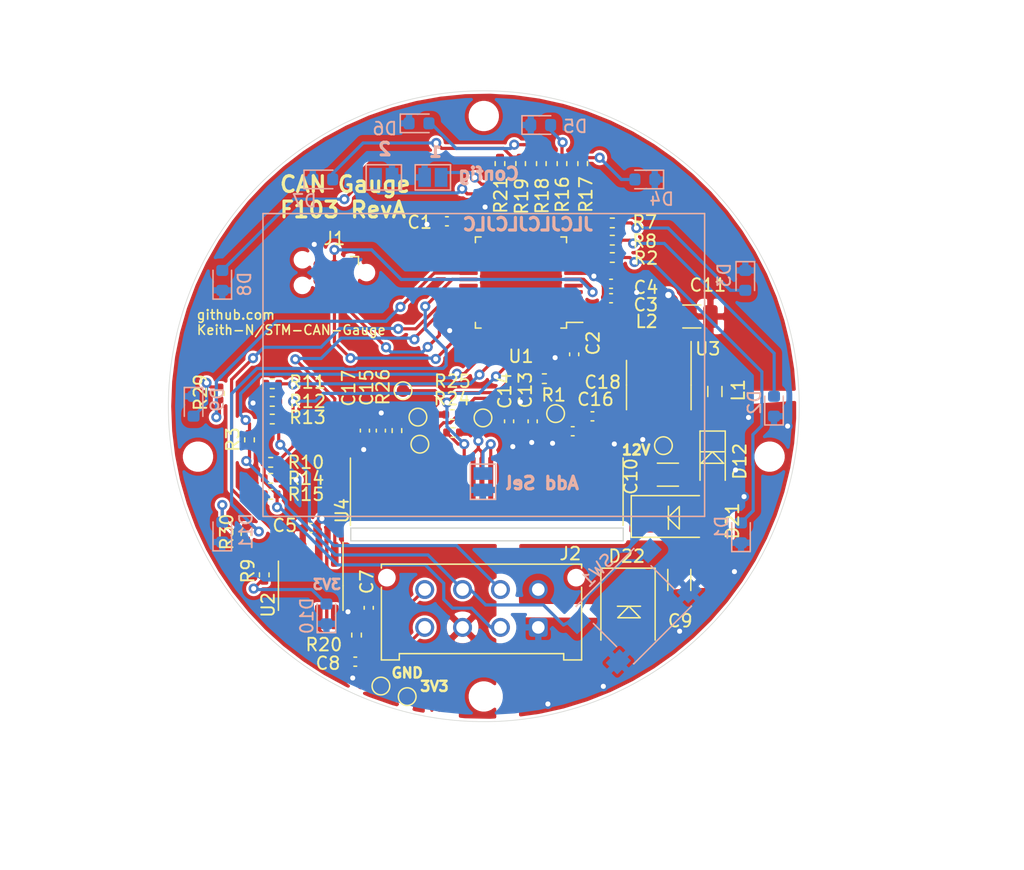
<source format=kicad_pcb>
(kicad_pcb (version 20171130) (host pcbnew "(5.1.10)-1")
  (layers (0 F.Cu signal) (31 B.Cu signal) (34 B.Paste user hide) (35 F.Paste user hide) (36 B.SilkS user) (37 F.SilkS user) (38 B.Mask user hide) (39 F.Mask user hide) (44 Edge.Cuts user))
  (net 0 "")
  (net 1 GND)
  (net 2 +3V3)
  (net 3 VDDA)
  (net 4 "Net-(U1-Pad2)")
  (net 5 "Net-(U2-Pad5)")
  (net 6 "Net-(D2-Pad2)")
  (net 7 12V_IN)
  (net 8 "Net-(D4-Pad2)")
  (net 9 +12V)
  (net 10 "Net-(D6-Pad2)")
  (net 11 "Net-(D7-Pad2)")
  (net 12 "Net-(U4-Pad7)")
  (net 13 "Net-(R26-Pad2)")
  (net 14 "Net-(C15-Pad2)")
  (net 15 "Net-(C16-Pad2)")
  (net 16 "Net-(C16-Pad1)")
  (net 17 "Net-(C17-Pad2)")
  (net 18 "Net-(C18-Pad2)")
  (net 19 "Net-(C18-Pad1)")
  (net 20 "Net-(D3-Pad2)")
  (net 21 "Net-(D5-Pad2)")
  (net 22 "Net-(D10-Pad2)")
  (net 23 "Net-(D1-Pad2)")
  (net 24 "Net-(D8-Pad2)")
  (net 25 "Net-(D9-Pad2)")
  (net 26 "Net-(U1-Pad26)")
  (net 27 "Net-(D11-Pad2)")
  (net 28 "Net-(J1-Pad6)")
  (net 29 /OLED/SA0)
  (net 30 CANH)
  (net 31 CANL)
  (net 32 SWCLK)
  (net 33 NRST)
  (net 34 SWDIO)
  (net 35 BTN_IN)
  (net 36 SPARE_1)
  (net 37 SPARE_2)
  (net 38 BOOT0)
  (net 39 LED1)
  (net 40 USER_INPUT)
  (net 41 LED3)
  (net 42 LED2)
  (net 43 SPARE_2_IN)
  (net 44 SPARE_1_IN)
  (net 45 LED5)
  (net 46 LED4)
  (net 47 LED6)
  (net 48 LED7)
  (net 49 LED8)
  (net 50 I2C1_SCL)
  (net 51 I2C1_SDA)
  (net 52 LED9)
  (net 53 LED10)
  (net 54 CAN_TX)
  (net 55 CAN_RX)
  (net 56 /STM/CONFIG_1)
  (net 57 /STM/CONFIG_2)
  (net 58 "Net-(D12-Pad1)")
  (net 59 "Net-(TP6-Pad1)")
  (net 60 "Net-(U1-Pad46)")
  (net 61 "Net-(U1-Pad45)")
  (net 62 "Net-(U1-Pad41)")
  (net 63 "Net-(U1-Pad31)")
  (net 64 "Net-(U1-Pad28)")
  (net 65 "Net-(U1-Pad27)")
  (net 66 "Net-(U1-Pad25)")
  (net 67 "Net-(U1-Pad22)")
  (net 68 "Net-(U1-Pad21)")
  (net 69 "Net-(U1-Pad20)")
  (net 70 "Net-(U1-Pad6)")
  (net 71 "Net-(U1-Pad5)")
  (net 72 "Net-(U1-Pad1)")
  (net 73 OSC_OUT)
  (net 74 OSC_IN)
  (module TestPoint:TestPoint_Pad_D1.0mm (layer F.Cu) (at 133.2405 95.5191)
    (fp_text reference TP2 hide)
    (fp_text value TestPoint)
    (pad 1 smd circle (at 0 0) (size 1 1) (layers F.Cu F.Mask) (net 51 I2C1_SDA))
  )
  (module Package_QFP:LQFP-48_7x7mm_P0.5mm (layer F.Cu) (at 136.2504 84.7876 180)
    (fp_text reference U1 (at 0 -5.85) (layer F.SilkS))
    (fp_text value STM32F103C8Tx)
    (pad 48 smd roundrect (at -2.75 -4.1625 180) (size 0.3 1.475) (layers F.Cu F.Paste F.Mask) (net 2 +3V3))
    (pad 47 smd roundrect (at -2.25 -4.1625 180) (size 0.3 1.475) (layers F.Cu F.Paste F.Mask) (net 1 GND))
    (pad 46 smd roundrect (at -1.75 -4.1625 180) (size 0.3 1.475) (layers F.Cu F.Paste F.Mask) (net 60 "Net-(U1-Pad46)"))
    (pad 45 smd roundrect (at -1.25 -4.1625 180) (size 0.3 1.475) (layers F.Cu F.Paste F.Mask) (net 61 "Net-(U1-Pad45)"))
    (pad 44 smd roundrect (at -0.75 -4.1625 180) (size 0.3 1.475) (layers F.Cu F.Paste F.Mask) (net 38 BOOT0))
    (pad 43 smd roundrect (at -0.25 -4.1625 180) (size 0.3 1.475) (layers F.Cu F.Paste F.Mask) (net 51 I2C1_SDA))
    (pad 42 smd roundrect (at 0.25 -4.1625 180) (size 0.3 1.475) (layers F.Cu F.Paste F.Mask) (net 50 I2C1_SCL))
    (pad 41 smd roundrect (at 0.75 -4.1625 180) (size 0.3 1.475) (layers F.Cu F.Paste F.Mask) (net 62 "Net-(U1-Pad41)"))
    (pad 40 smd roundrect (at 1.25 -4.1625 180) (size 0.3 1.475) (layers F.Cu F.Paste F.Mask) (net 43 SPARE_2_IN))
    (pad 39 smd roundrect (at 1.75 -4.1625 180) (size 0.3 1.475) (layers F.Cu F.Paste F.Mask) (net 44 SPARE_1_IN))
    (pad 38 smd roundrect (at 2.25 -4.1625 180) (size 0.3 1.475) (layers F.Cu F.Paste F.Mask) (net 40 USER_INPUT))
    (pad 37 smd roundrect (at 2.75 -4.1625 180) (size 0.3 1.475) (layers F.Cu F.Paste F.Mask) (net 32 SWCLK))
    (pad 36 smd roundrect (at 4.1625 -2.75 180) (size 1.475 0.3) (layers F.Cu F.Paste F.Mask) (net 2 +3V3))
    (pad 35 smd roundrect (at 4.1625 -2.25 180) (size 1.475 0.3) (layers F.Cu F.Paste F.Mask) (net 1 GND))
    (pad 34 smd roundrect (at 4.1625 -1.75 180) (size 1.475 0.3) (layers F.Cu F.Paste F.Mask) (net 34 SWDIO))
    (pad 33 smd roundrect (at 4.1625 -1.25 180) (size 1.475 0.3) (layers F.Cu F.Paste F.Mask) (net 54 CAN_TX))
    (pad 32 smd roundrect (at 4.1625 -0.75 180) (size 1.475 0.3) (layers F.Cu F.Paste F.Mask) (net 55 CAN_RX))
    (pad 31 smd roundrect (at 4.1625 -0.25 180) (size 1.475 0.3) (layers F.Cu F.Paste F.Mask) (net 63 "Net-(U1-Pad31)"))
    (pad 30 smd roundrect (at 4.1625 0.25 180) (size 1.475 0.3) (layers F.Cu F.Paste F.Mask) (net 53 LED10))
    (pad 29 smd roundrect (at 4.1625 0.75 180) (size 1.475 0.3) (layers F.Cu F.Paste F.Mask) (net 52 LED9))
    (pad 28 smd roundrect (at 4.1625 1.25 180) (size 1.475 0.3) (layers F.Cu F.Paste F.Mask) (net 64 "Net-(U1-Pad28)"))
    (pad 27 smd roundrect (at 4.1625 1.75 180) (size 1.475 0.3) (layers F.Cu F.Paste F.Mask) (net 65 "Net-(U1-Pad27)"))
    (pad 26 smd roundrect (at 4.1625 2.25 180) (size 1.475 0.3) (layers F.Cu F.Paste F.Mask) (net 26 "Net-(U1-Pad26)"))
    (pad 25 smd roundrect (at 4.1625 2.75 180) (size 1.475 0.3) (layers F.Cu F.Paste F.Mask) (net 66 "Net-(U1-Pad25)"))
    (pad 24 smd roundrect (at 2.75 4.1625 180) (size 0.3 1.475) (layers F.Cu F.Paste F.Mask) (net 2 +3V3))
    (pad 23 smd roundrect (at 2.25 4.1625 180) (size 0.3 1.475) (layers F.Cu F.Paste F.Mask) (net 1 GND))
    (pad 22 smd roundrect (at 1.75 4.1625 180) (size 0.3 1.475) (layers F.Cu F.Paste F.Mask) (net 67 "Net-(U1-Pad22)"))
    (pad 21 smd roundrect (at 1.25 4.1625 180) (size 0.3 1.475) (layers F.Cu F.Paste F.Mask) (net 68 "Net-(U1-Pad21)"))
    (pad 20 smd roundrect (at 0.75 4.1625 180) (size 0.3 1.475) (layers F.Cu F.Paste F.Mask) (net 69 "Net-(U1-Pad20)"))
    (pad 19 smd roundrect (at 0.25 4.1625 180) (size 0.3 1.475) (layers F.Cu F.Paste F.Mask) (net 57 /STM/CONFIG_2))
    (pad 18 smd roundrect (at -0.25 4.1625 180) (size 0.3 1.475) (layers F.Cu F.Paste F.Mask) (net 56 /STM/CONFIG_1))
    (pad 17 smd roundrect (at -0.75 4.1625 180) (size 0.3 1.475) (layers F.Cu F.Paste F.Mask) (net 49 LED8))
    (pad 16 smd roundrect (at -1.25 4.1625 180) (size 0.3 1.475) (layers F.Cu F.Paste F.Mask) (net 48 LED7))
    (pad 15 smd roundrect (at -1.75 4.1625 180) (size 0.3 1.475) (layers F.Cu F.Paste F.Mask) (net 47 LED6))
    (pad 14 smd roundrect (at -2.25 4.1625 180) (size 0.3 1.475) (layers F.Cu F.Paste F.Mask) (net 45 LED5))
    (pad 13 smd roundrect (at -2.75 4.1625 180) (size 0.3 1.475) (layers F.Cu F.Paste F.Mask) (net 46 LED4))
    (pad 12 smd roundrect (at -4.1625 2.75 180) (size 1.475 0.3) (layers F.Cu F.Paste F.Mask) (net 41 LED3))
    (pad 11 smd roundrect (at -4.1625 2.25 180) (size 1.475 0.3) (layers F.Cu F.Paste F.Mask) (net 42 LED2))
    (pad 10 smd roundrect (at -4.1625 1.75 180) (size 1.475 0.3) (layers F.Cu F.Paste F.Mask) (net 39 LED1))
    (pad 9 smd roundrect (at -4.1625 1.25 180) (size 1.475 0.3) (layers F.Cu F.Paste F.Mask) (net 3 VDDA))
    (pad 8 smd roundrect (at -4.1625 0.75 180) (size 1.475 0.3) (layers F.Cu F.Paste F.Mask) (net 1 GND))
    (pad 7 smd roundrect (at -4.1625 0.25 180) (size 1.475 0.3) (layers F.Cu F.Paste F.Mask) (net 33 NRST))
    (pad 6 smd roundrect (at -4.1625 -0.25 180) (size 1.475 0.3) (layers F.Cu F.Paste F.Mask) (net 70 "Net-(U1-Pad6)"))
    (pad 5 smd roundrect (at -4.1625 -0.75 180) (size 1.475 0.3) (layers F.Cu F.Paste F.Mask) (net 71 "Net-(U1-Pad5)"))
    (pad 4 smd roundrect (at -4.1625 -1.25 180) (size 1.475 0.3) (layers F.Cu F.Paste F.Mask) (net 73 OSC_OUT))
    (pad 3 smd roundrect (at -4.1625 -1.75 180) (size 1.475 0.3) (layers F.Cu F.Paste F.Mask) (net 74 OSC_IN))
    (pad 2 smd roundrect (at -4.1625 -2.25 180) (size 1.475 0.3) (layers F.Cu F.Paste F.Mask) (net 4 "Net-(U1-Pad2)"))
    (pad 1 smd roundrect (at -4.1625 -2.75 180) (size 1.475 0.3) (layers F.Cu F.Paste F.Mask) (net 72 "Net-(U1-Pad1)"))
  )
  (module TestPoint:TestPoint_Pad_D1.0mm (layer F.Cu) (at 128.0843 95.4556)
    (fp_text reference TP8 hide)
    (fp_text value TestPoint)
    (pad 1 smd circle (at 0 0) (size 1 1) (layers F.Cu F.Mask) (net 1 GND))
  )
  (module TestPoint:TestPoint_Pad_D1.0mm (layer F.Cu) (at 138.9936 95.1762)
    (fp_text reference TP7 hide)
    (fp_text value TestPoint)
    (pad 1 smd circle (at 0 0) (size 1 1) (layers F.Cu F.Mask) (net 2 +3V3))
  )
  (module Inductor_SMD:L_1206_3216Metric (layer F.Cu) (at 147.8963 100.0149)
    (fp_text reference C10 (at -2.9337 0.1397 90) (layer F.SilkS))
    (fp_text value 10u)
    (pad 2 smd roundrect (at 1.575 0) (size 1.05 1.9) (layers F.Cu F.Paste F.Mask) (roundrect_rratio 0.2380942857142857) (net 1 GND))
    (pad 1 smd roundrect (at -1.575 0) (size 1.05 1.9) (layers F.Cu F.Paste F.Mask) (roundrect_rratio 0.2380942857142857) (net 9 +12V))
  )
  (module Connector:Tag-Connect_TC2030-IDC-NL_2x03_P1.27mm_Vertical (layer F.Cu) (at 121.4676 84.0002 180)
    (fp_text reference J1 (at 0 2.7) (layer F.SilkS))
    (fp_text value Conn_02x03_Odd_Even)
    (pad 6 connect circle (at 1.27 -0.635 180) (size 0.7874 0.7874) (layers F.Cu F.Mask) (net 28 "Net-(J1-Pad6)"))
    (pad 5 connect circle (at 1.27 0.635 180) (size 0.7874 0.7874) (layers F.Cu F.Mask) (net 1 GND))
    (pad 4 connect circle (at 0 -0.635 180) (size 0.7874 0.7874) (layers F.Cu F.Mask) (net 32 SWCLK))
    (pad 3 connect circle (at 0 0.635 180) (size 0.7874 0.7874) (layers F.Cu F.Mask) (net 33 NRST))
    (pad 2 connect circle (at -1.27 -0.635 180) (size 0.7874 0.7874) (layers F.Cu F.Mask) (net 34 SWDIO))
    (pad 1 connect circle (at -1.27 0.635 180) (size 0.7874 0.7874) (layers F.Cu F.Mask) (net 2 +3V3))
    (pad "" np_thru_hole circle (at -2.54 0 180) (size 0.9906 0.9906) (drill 0.9906) (layers *.Cu *.Mask))
    (pad "" np_thru_hole circle (at 2.54 1.016 180) (size 0.9906 0.9906) (drill 0.9906) (layers *.Cu *.Mask))
    (pad "" np_thru_hole circle (at 2.54 -1.016 180) (size 0.9906 0.9906) (drill 0.9906) (layers *.Cu *.Mask))
  )
  (module TestPoint:TestPoint_Pad_D1.0mm (layer F.Cu) (at 128.2367 97.6019)
    (fp_text reference TP6 hide)
    (fp_text value TestPoint)
    (pad 1 smd circle (at 0 0) (size 1 1) (layers F.Cu F.Mask) (net 59 "Net-(TP6-Pad1)"))
  )
  (module Capacitor_SMD:C_0402_1005Metric (layer F.Cu) (at 123.8806 96.5224 270)
    (fp_text reference C17 (at -3.3528 1.2827 270) (layer F.SilkS))
    (fp_text value 1u)
    (pad 2 smd roundrect (at 0.48 0 270) (size 0.56 0.62) (layers F.Cu F.Paste F.Mask) (net 17 "Net-(C17-Pad2)"))
    (pad 1 smd roundrect (at -0.48 0 270) (size 0.56 0.62) (layers F.Cu F.Paste F.Mask) (net 1 GND))
  )
  (module Resistor_SMD:R_0402_1005Metric (layer F.Cu) (at 130.8656 96.6748)
    (fp_text reference R24 (at -0.0889 -2.6797) (layer F.SilkS))
    (fp_text value 10k)
    (pad 2 smd roundrect (at 0.51 0) (size 0.54 0.64) (layers F.Cu F.Paste F.Mask) (net 2 +3V3))
    (pad 1 smd roundrect (at -0.51 0) (size 0.54 0.64) (layers F.Cu F.Paste F.Mask) (net 50 I2C1_SCL))
  )
  (module TestPoint:TestPoint_Pad_D1.0mm (layer F.Cu) (at 126.9032 93.3601)
    (fp_text reference TP1 hide)
    (fp_text value TestPoint)
    (pad 1 smd circle (at 0 0) (size 1 1) (layers F.Cu F.Mask) (net 50 I2C1_SCL))
  )
  (module TestPoint:TestPoint_Pad_D1.0mm (layer F.Cu) (at 125.1506 116.7662 180)
    (fp_text reference TP5 hide)
    (fp_text value TestPoint)
    (pad 1 smd circle (at 0 0 180) (size 1 1) (layers F.Cu F.Mask) (net 1 GND))
  )
  (module TestPoint:TestPoint_Pad_D1.0mm (layer F.Cu) (at 127.2334 117.6044 180)
    (fp_text reference TP4 hide)
    (fp_text value TestPoint)
    (pad 1 smd circle (at 0 0 180) (size 1 1) (layers F.Cu F.Mask) (net 2 +3V3))
  )
  (module TestPoint:TestPoint_Pad_D1.0mm (layer F.Cu) (at 147.5407 97.7162)
    (fp_text reference TP3 hide)
    (fp_text value TestPoint)
    (pad 1 smd circle (at 0 0) (size 1 1) (layers F.Cu F.Mask) (net 9 +12V))
  )
  (module Jumper:SolderJumper-2_P1.3mm_Open_Pad1.0x1.5mm (layer B.Cu) (at 125.3792 76.4564)
    (fp_text reference JP3 hide)
    (fp_text value SolderJumper_2_Open)
    (pad 1 smd rect (at -0.65 0) (size 1 1.5) (layers B.Cu B.Mask) (net 57 /STM/CONFIG_2))
    (pad 2 smd rect (at 0.65 0) (size 1 1.5) (layers B.Cu B.Mask) (net 1 GND))
  )
  (module Jumper:SolderJumper-2_P1.3mm_Open_Pad1.0x1.5mm (layer B.Cu) (at 129.2654 76.4564 180)
    (fp_text reference JP2 hide)
    (fp_text value SolderJumper_2_Open)
    (pad 1 smd rect (at -0.65 0 180) (size 1 1.5) (layers B.Cu B.Mask) (net 56 /STM/CONFIG_1))
    (pad 2 smd rect (at 0.65 0 180) (size 1 1.5) (layers B.Cu B.Mask) (net 1 GND))
  )
  (module custom:SSH1106_Bottom (layer F.Cu) (at 133.304 101.323)
    (fp_text reference U4 (at -11.2268 1.5494 90) (layer F.SilkS))
    (fp_text value UG-2864HSWEG01)
    (pad 1 smd roundrect (at 10.35 -0.21) (size 0.4 5) (layers F.Cu F.Paste F.Mask) (net 1 GND))
    (pad 2 smd roundrect (at 9.65 -0.21) (size 0.4 5) (layers F.Cu F.Paste F.Mask) (net 18 "Net-(C18-Pad2)"))
    (pad 3 smd roundrect (at 8.95 -0.21) (size 0.4 5) (layers F.Cu F.Paste F.Mask) (net 19 "Net-(C18-Pad1)"))
    (pad 4 smd roundrect (at 8.25 -0.21) (size 0.4 5) (layers F.Cu F.Paste F.Mask) (net 15 "Net-(C16-Pad2)"))
    (pad 5 smd roundrect (at 7.55 -0.21) (size 0.4 5) (layers F.Cu F.Paste F.Mask) (net 16 "Net-(C16-Pad1)"))
    (pad 6 smd roundrect (at 6.85 -0.21) (size 0.4 5) (layers F.Cu F.Paste F.Mask) (net 2 +3V3))
    (pad 7 smd roundrect (at 6.15 -0.21) (size 0.4 5) (layers F.Cu F.Paste F.Mask) (net 12 "Net-(U4-Pad7)"))
    (pad 8 smd roundrect (at 5.45 -0.21) (size 0.4 5) (layers F.Cu F.Paste F.Mask) (net 1 GND))
    (pad 9 smd roundrect (at 4.75 -0.21) (size 0.4 5) (layers F.Cu F.Paste F.Mask) (net 2 +3V3))
    (pad 10 smd roundrect (at 4.05 -0.21) (size 0.4 5) (layers F.Cu F.Paste F.Mask) (net 1 GND))
    (pad 11 smd roundrect (at 3.35 -0.21) (size 0.4 5) (layers F.Cu F.Paste F.Mask) (net 2 +3V3))
    (pad 12 smd roundrect (at 2.65 -0.21) (size 0.4 5) (layers F.Cu F.Paste F.Mask) (net 1 GND))
    (pad 13 smd roundrect (at 1.95 -0.21) (size 0.4 5) (layers F.Cu F.Paste F.Mask) (net 1 GND))
    (pad 14 smd roundrect (at 1.25 -0.21) (size 0.4 5) (layers F.Cu F.Paste F.Mask) (net 2 +3V3))
    (pad 15 smd roundrect (at 0.55 -0.21) (size 0.4 5) (layers F.Cu F.Paste F.Mask) (net 29 /OLED/SA0))
    (pad 16 smd roundrect (at -0.15 -0.21) (size 0.4 5) (layers F.Cu F.Paste F.Mask) (net 1 GND))
    (pad 17 smd roundrect (at -0.85 -0.21) (size 0.4 5) (layers F.Cu F.Paste F.Mask) (net 1 GND))
    (pad 18 smd roundrect (at -1.55 -0.21) (size 0.4 5) (layers F.Cu F.Paste F.Mask) (net 50 I2C1_SCL))
    (pad 19 smd roundrect (at -2.25 -0.21) (size 0.4 5) (layers F.Cu F.Paste F.Mask) (net 51 I2C1_SDA))
    (pad 20 smd roundrect (at -2.95 -0.21) (size 0.4 5) (layers F.Cu F.Paste F.Mask) (net 51 I2C1_SDA))
    (pad 21 smd roundrect (at -3.65 -0.21) (size 0.4 5) (layers F.Cu F.Paste F.Mask) (net 59 "Net-(TP6-Pad1)"))
    (pad 22 smd roundrect (at -4.35 -0.21) (size 0.4 5) (layers F.Cu F.Paste F.Mask) (net 59 "Net-(TP6-Pad1)"))
    (pad 23 smd roundrect (at -5.05 -0.21) (size 0.4 5) (layers F.Cu F.Paste F.Mask) (net 59 "Net-(TP6-Pad1)"))
    (pad 24 smd roundrect (at -5.75 -0.21) (size 0.4 5) (layers F.Cu F.Paste F.Mask) (net 59 "Net-(TP6-Pad1)"))
    (pad 25 smd roundrect (at -6.45 -0.21) (size 0.4 5) (layers F.Cu F.Paste F.Mask) (net 59 "Net-(TP6-Pad1)"))
    (pad 26 smd roundrect (at -7.15 -0.21) (size 0.4 5) (layers F.Cu F.Paste F.Mask) (net 13 "Net-(R26-Pad2)"))
    (pad 27 smd roundrect (at -7.85 -0.21) (size 0.4 5) (layers F.Cu F.Paste F.Mask) (net 14 "Net-(C15-Pad2)"))
    (pad 28 smd roundrect (at -8.55 -0.21) (size 0.4 5) (layers F.Cu F.Paste F.Mask) (net 17 "Net-(C17-Pad2)"))
    (pad 29 smd roundrect (at -9.25 -0.21) (size 0.4 5) (layers F.Cu F.Paste F.Mask) (net 1 GND))
    (pad 30 smd roundrect (at -9.95 -0.21) (size 0.4 5) (layers F.Cu F.Paste F.Mask) (net 1 GND))
  )
  (module Resistor_SMD:R_0402_1005Metric (layer F.Cu) (at 123.2202 112.7276 270)
    (fp_text reference R20 (at 0.762 2.5908 180) (layer F.SilkS))
    (fp_text value 120)
    (pad 2 smd roundrect (at 0.51 0 270) (size 0.54 0.64) (layers F.Cu F.Paste F.Mask) (net 31 CANL))
    (pad 1 smd roundrect (at -0.51 0 270) (size 0.54 0.64) (layers F.Cu F.Paste F.Mask) (net 30 CANH))
  )
  (module Button_Switch_SMD:SW_Push_1P1T_NO_6x6mm_H9.5mm (layer B.Cu) (at 145.1912 110.4416 225)
    (fp_text reference SW1 (at 0 4.05 45) (layer B.SilkS) (effects (justify mirror)))
    (fp_text value SW_Push)
    (pad 2 smd rect (at 3.975 -2.25 225) (size 1.55 1.3) (layers B.Cu B.Paste B.Mask) (net 1 GND))
    (pad 1 smd rect (at 3.975 2.25 225) (size 1.55 1.3) (layers B.Cu B.Paste B.Mask) (net 35 BTN_IN))
    (pad 1 smd rect (at -3.975 2.25 225) (size 1.55 1.3) (layers B.Cu B.Paste B.Mask) (net 35 BTN_IN))
    (pad 2 smd rect (at -3.975 -2.25 225) (size 1.55 1.3) (layers B.Cu B.Paste B.Mask) (net 1 GND))
  )
  (module Inductor_SMD:L_0805_2012Metric (layer F.Cu) (at 151.6174 93.4236 90)
    (fp_text reference L1 (at 0.1016 1.8542 90) (layer F.SilkS))
    (fp_text value 100uH)
    (pad 2 smd roundrect (at 1.0625 0 90) (size 0.875 1.2) (layers F.Cu F.Paste F.Mask) (net 2 +3V3))
    (pad 1 smd roundrect (at -1.0625 0 90) (size 0.875 1.2) (layers F.Cu F.Paste F.Mask) (net 58 "Net-(D12-Pad1)"))
  )
  (module Capacitor_SMD:C_1206_3216Metric (layer F.Cu) (at 149.7886 87.48 180)
    (fp_text reference C11 (at -1.2718 2.4892) (layer F.SilkS))
    (fp_text value 120u)
    (pad 2 smd roundrect (at 1.475 0 180) (size 1.15 1.8) (layers F.Cu F.Paste F.Mask) (roundrect_rratio 0.2173904347826087) (net 1 GND))
    (pad 1 smd roundrect (at -1.475 0 180) (size 1.15 1.8) (layers F.Cu F.Paste F.Mask) (roundrect_rratio 0.2173904347826087) (net 2 +3V3))
  )
  (module Diode_SMD:D_SOD-123 (layer F.Cu) (at 151.4396 98.8084 270)
    (fp_text reference D12 (at 0.1524 -2.159 90) (layer F.SilkS))
    (fp_text value 1N5817)
    (pad 2 smd rect (at 1.65 0 270) (size 0.9 1.2) (layers F.Cu F.Paste F.Mask) (net 1 GND))
    (pad 1 smd rect (at -1.65 0 270) (size 0.9 1.2) (layers F.Cu F.Paste F.Mask) (net 58 "Net-(D12-Pad1)"))
  )
  (module Package_SO:SOIC-8_3.9x4.9mm_P1.27mm (layer F.Cu) (at 147.1724 92.9156 270)
    (fp_text reference U3 (at -2.8702 -3.8862 180) (layer F.SilkS))
    (fp_text value 2594)
    (pad 8 smd roundrect (at 2.475 -1.905 270) (size 1.95 0.6) (layers F.Cu F.Paste F.Mask) (net 58 "Net-(D12-Pad1)"))
    (pad 7 smd roundrect (at 2.475 -0.635 270) (size 1.95 0.6) (layers F.Cu F.Paste F.Mask) (net 9 +12V))
    (pad 6 smd roundrect (at 2.475 0.635 270) (size 1.95 0.6) (layers F.Cu F.Paste F.Mask) (net 1 GND))
    (pad 5 smd roundrect (at 2.475 1.905 270) (size 1.95 0.6) (layers F.Cu F.Paste F.Mask) (net 1 GND))
    (pad 4 smd roundrect (at -2.475 1.905 270) (size 1.95 0.6) (layers F.Cu F.Paste F.Mask) (net 2 +3V3))
    (pad 3 smd roundrect (at -2.475 0.635 270) (size 1.95 0.6) (layers F.Cu F.Paste F.Mask))
    (pad 2 smd roundrect (at -2.475 -0.635 270) (size 1.95 0.6) (layers F.Cu F.Paste F.Mask))
    (pad 1 smd roundrect (at -2.475 -1.905 270) (size 1.95 0.6) (layers F.Cu F.Paste F.Mask))
  )
  (module Inductor_SMD:L_0402_1005Metric (layer F.Cu) (at 143.3858 87.3022 180)
    (fp_text reference L2 (at -2.8214 -0.5715) (layer F.SilkS))
    (fp_text value 30)
    (pad 2 smd roundrect (at 0.485 0 180) (size 0.59 0.64) (layers F.Cu F.Paste F.Mask) (net 3 VDDA))
    (pad 1 smd roundrect (at -0.485 0 180) (size 0.59 0.64) (layers F.Cu F.Paste F.Mask) (net 2 +3V3))
  )
  (module Jumper:SolderJumper-2_P1.3mm_Open_Pad1.0x1.5mm (layer B.Cu) (at 133.2405 100.576 270)
    (fp_text reference JP1 hide)
    (fp_text value SolderJumper_2_Open)
    (pad 1 smd rect (at -0.65 0 270) (size 1 1.5) (layers B.Cu B.Mask) (net 29 /OLED/SA0))
    (pad 2 smd rect (at 0.65 0 270) (size 1 1.5) (layers B.Cu B.Mask) (net 1 GND))
  )
  (module Connector_Molex:Molex_Micro-Fit_3.0_43045-0812_2x04_P3.00mm_Vertical (layer F.Cu) (at 137.622 112.118 180)
    (fp_text reference J2 (at -2.54 5.842 180) (layer F.SilkS))
    (fp_text value Conn_01x08)
    (pad 8 thru_hole circle (at 9 3 180) (size 1.5 1.5) (drill 1) (layers *.Cu *.Mask) (net 30 CANH))
    (pad 7 thru_hole circle (at 6 3 180) (size 1.5 1.5) (drill 1) (layers *.Cu *.Mask) (net 35 BTN_IN))
    (pad 6 thru_hole circle (at 3 3 180) (size 1.5 1.5) (drill 1) (layers *.Cu *.Mask) (net 36 SPARE_1))
    (pad 5 thru_hole circle (at 0 3 180) (size 1.5 1.5) (drill 1) (layers *.Cu *.Mask) (net 7 12V_IN))
    (pad 4 thru_hole circle (at 9 0 180) (size 1.5 1.5) (drill 1) (layers *.Cu *.Mask) (net 31 CANL))
    (pad 3 thru_hole circle (at 6 0 180) (size 1.5 1.5) (drill 1) (layers *.Cu *.Mask) (net 2 +3V3))
    (pad 2 thru_hole circle (at 3 0 180) (size 1.5 1.5) (drill 1) (layers *.Cu *.Mask) (net 37 SPARE_2))
    (pad 1 thru_hole roundrect (at 0 0 180) (size 1.5 1.5) (drill 1) (layers *.Cu *.Mask) (roundrect_rratio 0.1666666666666667) (net 1 GND))
    (pad "" np_thru_hole circle (at 12 3.94 180) (size 1 1) (drill 1) (layers *.Cu *.Mask))
    (pad "" np_thru_hole circle (at -3 3.94 180) (size 1 1) (drill 1) (layers *.Cu *.Mask))
  )
  (module MountingHole:MountingHole_2mm (layer F.Cu) (at 133.304 71.592)
    (fp_text reference H4 hide)
    (fp_text value MountingHole)
    (pad "" np_thru_hole circle (at 0 0) (size 2 2) (drill 2) (layers *.Cu *.Mask))
  )
  (module Resistor_SMD:R_0402_1005Metric (layer F.Cu) (at 114.4572 104.6758 90)
    (fp_text reference R30 (at 0.127 -1.524 90) (layer F.SilkS))
    (fp_text value 1k)
    (pad 2 smd roundrect (at 0.51 0 90) (size 0.54 0.64) (layers F.Cu F.Paste F.Mask) (net 53 LED10))
    (pad 1 smd roundrect (at -0.51 0 90) (size 0.54 0.64) (layers F.Cu F.Paste F.Mask) (net 27 "Net-(D11-Pad2)"))
  )
  (module LED_SMD:LED_0603_1608Metric (layer B.Cu) (at 112.579229 104.566158 90)
    (fp_text reference D11 (at 0.055458 1.877971 90) (layer B.SilkS) (effects (justify mirror)))
    (fp_text value LED)
    (pad 2 smd roundrect (at 0.7875 0 90) (size 0.875 0.95) (layers B.Cu B.Paste B.Mask) (net 27 "Net-(D11-Pad2)"))
    (pad 1 smd roundrect (at -0.7875 0 90) (size 0.875 0.95) (layers B.Cu B.Paste B.Mask) (net 1 GND))
  )
  (module Resistor_SMD:R_0402_1005Metric (layer F.Cu) (at 112.349 93.576 270)
    (fp_text reference R29 (at -0.0762 1.4986 90) (layer F.SilkS))
    (fp_text value 1k)
    (pad 2 smd roundrect (at 0.51 0 270) (size 0.54 0.64) (layers F.Cu F.Paste F.Mask) (net 52 LED9))
    (pad 1 smd roundrect (at -0.51 0 270) (size 0.54 0.64) (layers F.Cu F.Paste F.Mask) (net 25 "Net-(D9-Pad2)"))
  )
  (module Resistor_SMD:R_0402_1005Metric (layer F.Cu) (at 134.5867 75.3642 270)
    (fp_text reference R21 (at 2.5146 -0.0635 90) (layer F.SilkS))
    (fp_text value 1k)
    (pad 2 smd roundrect (at 0.51 0 270) (size 0.54 0.64) (layers F.Cu F.Paste F.Mask) (net 49 LED8))
    (pad 1 smd roundrect (at -0.51 0 270) (size 0.54 0.64) (layers F.Cu F.Paste F.Mask) (net 24 "Net-(D8-Pad2)"))
  )
  (module LED_SMD:LED_0603_1608Metric (layer B.Cu) (at 110.304 94.592 270)
    (fp_text reference D9 (at -0.5334 -1.8799 90) (layer B.SilkS) (effects (justify mirror)))
    (fp_text value LED)
    (pad 2 smd roundrect (at 0.7875 0 270) (size 0.875 0.95) (layers B.Cu B.Paste B.Mask) (net 25 "Net-(D9-Pad2)"))
    (pad 1 smd roundrect (at -0.7875 0 270) (size 0.875 0.95) (layers B.Cu B.Paste B.Mask) (net 1 GND))
  )
  (module LED_SMD:LED_0603_1608Metric (layer B.Cu) (at 112.579229 84.617842 90)
    (fp_text reference D8 (at -0.296758 1.763671 90) (layer B.SilkS) (effects (justify mirror)))
    (fp_text value LED)
    (pad 2 smd roundrect (at 0.7875 0 90) (size 0.875 0.95) (layers B.Cu B.Paste B.Mask) (net 24 "Net-(D8-Pad2)"))
    (pad 1 smd roundrect (at -0.7875 0 90) (size 0.875 0.95) (layers B.Cu B.Paste B.Mask) (net 1 GND))
  )
  (module LED_SMD:LED_0603_1608Metric (layer B.Cu) (at 154.028771 84.617842 270)
    (fp_text reference D3 (at -0.414442 1.674771 90) (layer B.SilkS) (effects (justify mirror)))
    (fp_text value LED)
    (pad 2 smd roundrect (at 0.7875 0 270) (size 0.875 0.95) (layers B.Cu B.Paste B.Mask) (net 20 "Net-(D3-Pad2)"))
    (pad 1 smd roundrect (at -0.7875 0 270) (size 0.875 0.95) (layers B.Cu B.Paste B.Mask) (net 1 GND))
  )
  (module MountingHole:MountingHole_2mm (layer F.Cu) (at 155.954578 98.585908)
    (fp_text reference H3 hide)
    (fp_text value MountingHole)
    (pad "" np_thru_hole circle (at 0 0) (size 2 2) (drill 2) (layers *.Cu *.Mask))
  )
  (module LED_SMD:LED_0603_1608Metric (layer B.Cu) (at 153.6875 104.625 90)
    (fp_text reference D1 (at 0.381 -1.5367 90) (layer B.SilkS) (effects (justify mirror)))
    (fp_text value LED)
    (pad 2 smd roundrect (at 0.7875 0 90) (size 0.875 0.95) (layers B.Cu B.Paste B.Mask) (net 23 "Net-(D1-Pad2)"))
    (pad 1 smd roundrect (at -0.7875 0 90) (size 0.875 0.95) (layers B.Cu B.Paste B.Mask) (net 1 GND))
  )
  (module MountingHole:MountingHole_2mm (layer F.Cu) (at 110.653422 98.585908)
    (fp_text reference H2 hide)
    (fp_text value MountingHole)
    (pad "" np_thru_hole circle (at 0 0) (size 2 2) (drill 2) (layers *.Cu *.Mask))
  )
  (module MountingHole:MountingHole_2mm (layer F.Cu) (at 133.304 117.592)
    (fp_text reference H1 hide)
    (fp_text value MountingHole)
    (pad "" np_thru_hole circle (at 0 0) (size 2 2) (drill 2) (layers *.Cu *.Mask))
  )
  (module Diode_SMD:D_SMB (layer F.Cu) (at 144.734 110.975 270)
    (fp_text reference D22 (at -4.4958 0.1016 180) (layer F.SilkS))
    (fp_text value SMBJ16CD-M3/H)
    (pad 2 smd rect (at 2.15 0 270) (size 2.5 2.3) (layers F.Cu F.Paste F.Mask) (net 1 GND))
    (pad 1 smd rect (at -2.15 0 270) (size 2.5 2.3) (layers F.Cu F.Paste F.Mask) (net 7 12V_IN))
  )
  (module Inductor_SMD:L_1206_3216Metric (layer F.Cu) (at 148.798 108.3588 270)
    (fp_text reference C9 (at 3.2385 -0.0762 180) (layer F.SilkS))
    (fp_text value 10u)
    (pad 2 smd roundrect (at 1.575 0 270) (size 1.05 1.9) (layers F.Cu F.Paste F.Mask) (roundrect_rratio 0.2380942857142857) (net 1 GND))
    (pad 1 smd roundrect (at -1.575 0 270) (size 1.05 1.9) (layers F.Cu F.Paste F.Mask) (roundrect_rratio 0.2380942857142857) (net 7 12V_IN))
  )
  (module LED_SMD:LED_0603_1608Metric (layer B.Cu) (at 120.8326 111.0512 90)
    (fp_text reference D10 (at -0.1524 -1.5494 270) (layer B.SilkS) (effects (justify mirror)))
    (fp_text value LED)
    (pad 2 smd roundrect (at 0.7875 0 90) (size 0.875 0.95) (layers B.Cu B.Paste B.Mask) (net 22 "Net-(D10-Pad2)"))
    (pad 1 smd roundrect (at -0.7875 0 90) (size 0.875 0.95) (layers B.Cu B.Paste B.Mask) (net 1 GND))
  )
  (module Resistor_SMD:R_0402_1005Metric (layer F.Cu) (at 126.4206 96.5224 270)
    (fp_text reference R26 (at -3.4544 1.1049 90) (layer F.SilkS))
    (fp_text value 10k)
    (pad 2 smd roundrect (at 0.51 0 270) (size 0.54 0.64) (layers F.Cu F.Paste F.Mask) (net 13 "Net-(R26-Pad2)"))
    (pad 1 smd roundrect (at -0.51 0 270) (size 0.54 0.64) (layers F.Cu F.Paste F.Mask) (net 1 GND))
  )
  (module Resistor_SMD:R_0402_1005Metric (layer F.Cu) (at 130.7894 95.2524 180)
    (fp_text reference R25 (at -0.0254 2.6416 180) (layer F.SilkS))
    (fp_text value 10k)
    (pad 2 smd roundrect (at 0.51 0 180) (size 0.54 0.64) (layers F.Cu F.Paste F.Mask) (net 2 +3V3))
    (pad 1 smd roundrect (at -0.51 0 180) (size 0.54 0.64) (layers F.Cu F.Paste F.Mask) (net 51 I2C1_SDA))
  )
  (module Capacitor_SMD:C_0402_1005Metric (layer F.Cu) (at 141.9146 95.3921)
    (fp_text reference C18 (at 0.8128 -2.7051 180) (layer F.SilkS))
    (fp_text value 2.2u)
    (pad 2 smd roundrect (at 0.48 0) (size 0.56 0.62) (layers F.Cu F.Paste F.Mask) (net 18 "Net-(C18-Pad2)"))
    (pad 1 smd roundrect (at -0.48 0) (size 0.56 0.62) (layers F.Cu F.Paste F.Mask) (net 19 "Net-(C18-Pad1)"))
  )
  (module Capacitor_SMD:C_0402_1005Metric (layer F.Cu) (at 140.3525 96.5732)
    (fp_text reference C16 (at 1.8034 -2.5273 180) (layer F.SilkS))
    (fp_text value 2.2u)
    (pad 2 smd roundrect (at 0.48 0) (size 0.56 0.62) (layers F.Cu F.Paste F.Mask) (net 15 "Net-(C16-Pad2)"))
    (pad 1 smd roundrect (at -0.48 0) (size 0.56 0.62) (layers F.Cu F.Paste F.Mask) (net 16 "Net-(C16-Pad1)"))
  )
  (module Capacitor_SMD:C_0402_1005Metric (layer F.Cu) (at 125.1456 96.5224 270)
    (fp_text reference C15 (at -3.4036 1.1253 270) (layer F.SilkS))
    (fp_text value 1u)
    (pad 2 smd roundrect (at 0.48 0 270) (size 0.56 0.62) (layers F.Cu F.Paste F.Mask) (net 14 "Net-(C15-Pad2)"))
    (pad 1 smd roundrect (at -0.48 0 270) (size 0.56 0.62) (layers F.Cu F.Paste F.Mask) (net 1 GND))
  )
  (module Capacitor_SMD:C_0402_1005Metric (layer F.Cu) (at 135.3106 95.7858 270)
    (fp_text reference C14 (at -2.4257 0.3429 270) (layer F.SilkS))
    (fp_text value 1u)
    (pad 2 smd roundrect (at 0.48 0 270) (size 0.56 0.62) (layers F.Cu F.Paste F.Mask) (net 2 +3V3))
    (pad 1 smd roundrect (at -0.48 0 270) (size 0.56 0.62) (layers F.Cu F.Paste F.Mask) (net 1 GND))
  )
  (module Capacitor_SMD:C_0402_1005Metric (layer F.Cu) (at 137.1775 95.7858 270)
    (fp_text reference C13 (at -2.4765 0.5842 90) (layer F.SilkS))
    (fp_text value 0.1u)
    (pad 2 smd roundrect (at 0.48 0 270) (size 0.56 0.62) (layers F.Cu F.Paste F.Mask) (net 2 +3V3))
    (pad 1 smd roundrect (at -0.48 0 270) (size 0.56 0.62) (layers F.Cu F.Paste F.Mask) (net 1 GND))
  )
  (module Capacitor_SMD:C_0402_1005Metric (layer F.Cu) (at 123.1186 114.8358 180)
    (fp_text reference C8 (at 2.159 -0.127 180) (layer F.SilkS))
    (fp_text value 0)
    (pad 2 smd roundrect (at 0.48 0 180) (size 0.56 0.62) (layers F.Cu F.Paste F.Mask) (net 1 GND))
    (pad 1 smd roundrect (at -0.48 0 180) (size 0.56 0.62) (layers F.Cu F.Paste F.Mask) (net 31 CANL))
  )
  (module Capacitor_SMD:C_0402_1005Metric (layer F.Cu) (at 124.1854 110.5686 270)
    (fp_text reference C7 (at -2.06 0.1524 90) (layer F.SilkS))
    (fp_text value 0)
    (pad 2 smd roundrect (at 0.48 0 270) (size 0.56 0.62) (layers F.Cu F.Paste F.Mask) (net 30 CANH))
    (pad 1 smd roundrect (at -0.48 0 270) (size 0.56 0.62) (layers F.Cu F.Paste F.Mask) (net 1 GND))
  )
  (module Capacitor_SMD:C_0402_1005Metric (layer F.Cu) (at 119.588 104.244)
    (fp_text reference C5 (at -2.0574 -0.2032 180) (layer F.SilkS))
    (fp_text value 0.1u)
    (pad 2 smd roundrect (at 0.48 0) (size 0.56 0.62) (layers F.Cu F.Paste F.Mask) (net 1 GND))
    (pad 1 smd roundrect (at -0.48 0) (size 0.56 0.62) (layers F.Cu F.Paste F.Mask) (net 2 +3V3))
  )
  (module Capacitor_SMD:C_0402_1005Metric (layer F.Cu) (at 143.3878 84.8892)
    (fp_text reference C4 (at 2.7686 0.2921 180) (layer F.SilkS))
    (fp_text value 1u)
    (pad 2 smd roundrect (at 0.48 0) (size 0.56 0.62) (layers F.Cu F.Paste F.Mask) (net 1 GND))
    (pad 1 smd roundrect (at -0.48 0) (size 0.56 0.62) (layers F.Cu F.Paste F.Mask) (net 3 VDDA))
  )
  (module Capacitor_SMD:C_0402_1005Metric (layer F.Cu) (at 143.3878 86.0322)
    (fp_text reference C3 (at 2.7559 0.5207 180) (layer F.SilkS))
    (fp_text value 0.1u)
    (pad 2 smd roundrect (at 0.48 0) (size 0.56 0.62) (layers F.Cu F.Paste F.Mask) (net 1 GND))
    (pad 1 smd roundrect (at -0.48 0) (size 0.56 0.62) (layers F.Cu F.Paste F.Mask) (net 3 VDDA))
  )
  (module Capacitor_SMD:C_0402_1005Metric (layer F.Cu) (at 140.4668 90.4772 270)
    (fp_text reference C2 (at -0.889 -1.4986 270) (layer F.SilkS))
    (fp_text value 1u)
    (pad 2 smd roundrect (at 0.48 0 270) (size 0.56 0.62) (layers F.Cu F.Paste F.Mask) (net 1 GND))
    (pad 1 smd roundrect (at -0.48 0 270) (size 0.56 0.62) (layers F.Cu F.Paste F.Mask) (net 2 +3V3))
  )
  (module Capacitor_SMD:C_0402_1005Metric (layer F.Cu) (at 130.383 79.9362 180)
    (fp_text reference C1 (at 2.1564 -0.0762 180) (layer F.SilkS))
    (fp_text value 0.1u)
    (pad 2 smd roundrect (at 0.48 0 180) (size 0.56 0.62) (layers F.Cu F.Paste F.Mask) (net 1 GND))
    (pad 1 smd roundrect (at -0.48 0 180) (size 0.56 0.62) (layers F.Cu F.Paste F.Mask) (net 2 +3V3))
  )
  (module Resistor_SMD:R_0402_1005Metric (layer F.Cu) (at 136.225 75.3642 270)
    (fp_text reference R19 (at 2.5908 -0.0762 270) (layer F.SilkS))
    (fp_text value 1k)
    (pad 2 smd roundrect (at 0.51 0 270) (size 0.54 0.64) (layers F.Cu F.Paste F.Mask) (net 48 LED7))
    (pad 1 smd roundrect (at -0.51 0 270) (size 0.54 0.64) (layers F.Cu F.Paste F.Mask) (net 11 "Net-(D7-Pad2)"))
  )
  (module LED_SMD:LED_0603_1608Metric (layer B.Cu) (at 120.5405 76.61703)
    (fp_text reference D7 (at -1.4605 1.69357) (layer B.SilkS) (effects (justify mirror)))
    (fp_text value LED)
    (pad 2 smd roundrect (at 0.7875 0) (size 0.875 0.95) (layers B.Cu B.Paste B.Mask) (net 11 "Net-(D7-Pad2)"))
    (pad 1 smd roundrect (at -0.7875 0) (size 0.875 0.95) (layers B.Cu B.Paste B.Mask) (net 1 GND))
  )
  (module Resistor_SMD:R_0402_1005Metric (layer F.Cu) (at 137.8633 75.3642 270)
    (fp_text reference R18 (at 2.5527 -0.0635 270) (layer F.SilkS))
    (fp_text value 1k)
    (pad 1 smd roundrect (at -0.51 0 270) (size 0.54 0.64) (layers F.Cu F.Paste F.Mask) (net 10 "Net-(D6-Pad2)"))
    (pad 2 smd roundrect (at 0.51 0 270) (size 0.54 0.64) (layers F.Cu F.Paste F.Mask) (net 47 LED6))
  )
  (module Resistor_SMD:R_0402_1005Metric (layer F.Cu) (at 141.1399 75.3642 270)
    (fp_text reference R17 (at 2.4511 -0.254 270) (layer F.SilkS))
    (fp_text value 1k)
    (pad 2 smd roundrect (at 0.51 0 270) (size 0.54 0.64) (layers F.Cu F.Paste F.Mask) (net 46 LED4))
    (pad 1 smd roundrect (at -0.51 0 270) (size 0.54 0.64) (layers F.Cu F.Paste F.Mask) (net 8 "Net-(D4-Pad2)"))
  )
  (module Resistor_SMD:R_0402_1005Metric (layer F.Cu) (at 139.5016 75.3642 270)
    (fp_text reference R16 (at 2.4511 -0.0254 90) (layer F.SilkS))
    (fp_text value 1k)
    (pad 2 smd roundrect (at 0.51 0 270) (size 0.54 0.64) (layers F.Cu F.Paste F.Mask) (net 45 LED5))
    (pad 1 smd roundrect (at -0.51 0 270) (size 0.54 0.64) (layers F.Cu F.Paste F.Mask) (net 21 "Net-(D5-Pad2)"))
  )
  (module LED_SMD:LED_0603_1608Metric (layer B.Cu) (at 128.169248 72.172493)
    (fp_text reference D6 (at -2.713848 0.423107 180) (layer B.SilkS) (effects (justify mirror)))
    (fp_text value LED)
    (pad 1 smd roundrect (at -0.7875 0) (size 0.875 0.95) (layers B.Cu B.Paste B.Mask) (net 1 GND))
    (pad 2 smd roundrect (at 0.7875 0) (size 0.875 0.95) (layers B.Cu B.Paste B.Mask) (net 10 "Net-(D6-Pad2)"))
  )
  (module LED_SMD:LED_0603_1608Metric (layer B.Cu) (at 146.0675 76.6215 180)
    (fp_text reference D4 (at -1.3335 -1.5621 180) (layer B.SilkS) (effects (justify mirror)))
    (fp_text value LED)
    (pad 2 smd roundrect (at 0.7875 0 180) (size 0.875 0.95) (layers B.Cu B.Paste B.Mask) (net 8 "Net-(D4-Pad2)"))
    (pad 1 smd roundrect (at -0.7875 0 180) (size 0.875 0.95) (layers B.Cu B.Paste B.Mask) (net 1 GND))
  )
  (module LED_SMD:LED_0603_1608Metric (layer B.Cu) (at 137.8125 72.3035)
    (fp_text reference D5 (at 2.7305 0.1143 180) (layer B.SilkS) (effects (justify mirror)))
    (fp_text value LED)
    (pad 2 smd roundrect (at 0.7875 0) (size 0.875 0.95) (layers B.Cu B.Paste B.Mask) (net 21 "Net-(D5-Pad2)"))
    (pad 1 smd roundrect (at -0.7875 0) (size 0.875 0.95) (layers B.Cu B.Paste B.Mask) (net 1 GND))
  )
  (module Resistor_SMD:R_0402_1005Metric (layer F.Cu) (at 116.413 101.577 180)
    (fp_text reference R15 (at -2.796 0) (layer F.SilkS))
    (fp_text value 10k)
    (pad 2 smd roundrect (at 0.51 0 180) (size 0.54 0.64) (layers F.Cu F.Paste F.Mask) (net 2 +3V3))
    (pad 1 smd roundrect (at -0.51 0 180) (size 0.54 0.64) (layers F.Cu F.Paste F.Mask) (net 37 SPARE_2))
  )
  (module Resistor_SMD:R_0402_1005Metric (layer F.Cu) (at 116.413 100.307 180)
    (fp_text reference R14 (at -2.794 0 180) (layer F.SilkS))
    (fp_text value 10k)
    (pad 2 smd roundrect (at 0.51 0 180) (size 0.54 0.64) (layers F.Cu F.Paste F.Mask) (net 37 SPARE_2))
    (pad 1 smd roundrect (at -0.51 0 180) (size 0.54 0.64) (layers F.Cu F.Paste F.Mask) (net 1 GND))
  )
  (module Resistor_SMD:R_0402_1005Metric (layer F.Cu) (at 116.54 95.608 180)
    (fp_text reference R13 (at -2.794 0.127 180) (layer F.SilkS))
    (fp_text value 10k)
    (pad 2 smd roundrect (at 0.51 0 180) (size 0.54 0.64) (layers F.Cu F.Paste F.Mask) (net 2 +3V3))
    (pad 1 smd roundrect (at -0.51 0 180) (size 0.54 0.64) (layers F.Cu F.Paste F.Mask) (net 36 SPARE_1))
  )
  (module Resistor_SMD:R_0402_1005Metric (layer F.Cu) (at 116.54 94.211)
    (fp_text reference R12 (at 2.794 0 -180) (layer F.SilkS))
    (fp_text value 10k)
    (pad 2 smd roundrect (at 0.51 0) (size 0.54 0.64) (layers F.Cu F.Paste F.Mask) (net 36 SPARE_1))
    (pad 1 smd roundrect (at -0.51 0) (size 0.54 0.64) (layers F.Cu F.Paste F.Mask) (net 1 GND))
  )
  (module Resistor_SMD:R_0402_1005Metric (layer F.Cu) (at 116.54 92.814 180)
    (fp_text reference R11 (at -2.794 0.127 180) (layer F.SilkS))
    (fp_text value 10k)
    (pad 2 smd roundrect (at 0.51 0 180) (size 0.54 0.64) (layers F.Cu F.Paste F.Mask) (net 36 SPARE_1))
    (pad 1 smd roundrect (at -0.51 0 180) (size 0.54 0.64) (layers F.Cu F.Paste F.Mask) (net 44 SPARE_1_IN))
  )
  (module Resistor_SMD:R_0402_1005Metric (layer F.Cu) (at 116.413 99.037 180)
    (fp_text reference R10 (at -2.794 0 180) (layer F.SilkS))
    (fp_text value 10k)
    (pad 2 smd roundrect (at 0.51 0 180) (size 0.54 0.64) (layers F.Cu F.Paste F.Mask) (net 37 SPARE_2))
    (pad 1 smd roundrect (at -0.51 0 180) (size 0.54 0.64) (layers F.Cu F.Paste F.Mask) (net 43 SPARE_2_IN))
  )
  (module Resistor_SMD:R_0402_1005Metric (layer F.Cu) (at 138.1046 92.4076)
    (fp_text reference R1 (at 0.7366 1.2954 180) (layer F.SilkS))
    (fp_text value 10k)
    (pad 2 smd roundrect (at 0.51 0) (size 0.54 0.64) (layers F.Cu F.Paste F.Mask) (net 1 GND))
    (pad 1 smd roundrect (at -0.51 0) (size 0.54 0.64) (layers F.Cu F.Paste F.Mask) (net 38 BOOT0))
  )
  (module Diode_SMD:D_SMA (layer F.Cu) (at 148.3916 103.3296)
    (fp_text reference D21 (at 4.6228 0.3556 270) (layer F.SilkS))
    (fp_text value SS16HE3_B/I)
    (pad 2 smd rect (at 2 0) (size 2.5 1.8) (layers F.Cu F.Paste F.Mask) (net 7 12V_IN))
    (pad 1 smd rect (at -2 0) (size 2.5 1.8) (layers F.Cu F.Paste F.Mask) (net 9 +12V))
  )
  (module Resistor_SMD:R_0402_1005Metric (layer F.Cu) (at 115.905 107.9544 270)
    (fp_text reference R9 (at -0.3068 1.2954 270) (layer F.SilkS))
    (fp_text value 1k)
    (pad 2 smd roundrect (at 0.51 0 270) (size 0.54 0.64) (layers F.Cu F.Paste F.Mask) (net 22 "Net-(D10-Pad2)"))
    (pad 1 smd roundrect (at -0.51 0 270) (size 0.54 0.64) (layers F.Cu F.Paste F.Mask) (net 2 +3V3))
  )
  (module Resistor_SMD:R_0402_1005Metric (layer F.Cu) (at 143.4894 81.4348 180)
    (fp_text reference R8 (at -2.5654 -0.0762 180) (layer F.SilkS))
    (fp_text value 1k)
    (pad 2 smd roundrect (at 0.51 0 180) (size 0.54 0.64) (layers F.Cu F.Paste F.Mask) (net 42 LED2))
    (pad 1 smd roundrect (at -0.51 0 180) (size 0.54 0.64) (layers F.Cu F.Paste F.Mask) (net 6 "Net-(D2-Pad2)"))
  )
  (module Resistor_SMD:R_0402_1005Metric (layer F.Cu) (at 143.4894 80.0632 180)
    (fp_text reference R7 (at -2.5654 0.0762) (layer F.SilkS))
    (fp_text value 1k)
    (pad 2 smd roundrect (at 0.51 0 180) (size 0.54 0.64) (layers F.Cu F.Paste F.Mask) (net 41 LED3))
    (pad 1 smd roundrect (at -0.51 0 180) (size 0.54 0.64) (layers F.Cu F.Paste F.Mask) (net 20 "Net-(D3-Pad2)"))
  )
  (module Resistor_SMD:R_0402_1005Metric (layer F.Cu) (at 114.7366 97.259 90)
    (fp_text reference R3 (at 0.0254 -1.3208 90) (layer F.SilkS))
    (fp_text value 10k)
    (pad 2 smd roundrect (at 0.51 0 90) (size 0.54 0.64) (layers F.Cu F.Paste F.Mask) (net 40 USER_INPUT))
    (pad 1 smd roundrect (at -0.51 0 90) (size 0.54 0.64) (layers F.Cu F.Paste F.Mask) (net 35 BTN_IN))
  )
  (module Resistor_SMD:R_0402_1005Metric (layer F.Cu) (at 143.4894 82.8064 180)
    (fp_text reference R2 (at -2.667 -0.0508 180) (layer F.SilkS))
    (fp_text value 1k)
    (pad 2 smd roundrect (at 0.51 0 180) (size 0.54 0.64) (layers F.Cu F.Paste F.Mask) (net 39 LED1))
    (pad 1 smd roundrect (at -0.51 0 180) (size 0.54 0.64) (layers F.Cu F.Paste F.Mask) (net 23 "Net-(D1-Pad2)"))
  )
  (module LED_SMD:LED_0603_1608Metric (layer B.Cu) (at 156.304 94.592 90)
    (fp_text reference D2 (at 0.3048 -1.5497 90) (layer B.SilkS) (effects (justify mirror)))
    (fp_text value LED)
    (pad 2 smd roundrect (at 0.7875 0 90) (size 0.875 0.95) (layers B.Cu B.Paste B.Mask) (net 6 "Net-(D2-Pad2)"))
    (pad 1 smd roundrect (at -0.7875 0 90) (size 0.875 0.95) (layers B.Cu B.Paste B.Mask) (net 1 GND))
  )
  (module Package_SO:SOIC-8_3.9x4.9mm_P1.27mm (layer F.Cu) (at 119.588 108.816 270)
    (fp_text reference U2 (at 1.524 3.3782 270) (layer F.SilkS))
    (fp_text value SN65HVD230)
    (pad 8 smd roundrect (at 2.475 -1.905 270) (size 1.95 0.6) (layers F.Cu F.Paste F.Mask) (net 1 GND))
    (pad 7 smd roundrect (at 2.475 -0.635 270) (size 1.95 0.6) (layers F.Cu F.Paste F.Mask) (net 30 CANH))
    (pad 6 smd roundrect (at 2.475 0.635 270) (size 1.95 0.6) (layers F.Cu F.Paste F.Mask) (net 31 CANL))
    (pad 5 smd roundrect (at 2.475 1.905 270) (size 1.95 0.6) (layers F.Cu F.Paste F.Mask) (net 5 "Net-(U2-Pad5)"))
    (pad 4 smd roundrect (at -2.475 1.905 270) (size 1.95 0.6) (layers F.Cu F.Paste F.Mask) (net 55 CAN_RX))
    (pad 3 smd roundrect (at -2.475 0.635 270) (size 1.95 0.6) (layers F.Cu F.Paste F.Mask) (net 2 +3V3))
    (pad 2 smd roundrect (at -2.475 -0.635 270) (size 1.95 0.6) (layers F.Cu F.Paste F.Mask) (net 1 GND))
    (pad 1 smd roundrect (at -2.475 -1.905 270) (size 1.95 0.6) (layers F.Cu F.Paste F.Mask) (net 54 CAN_TX))
  )
  (gr_text "CAN Gauge \nF103 RevA\n\n\n" (at 117.0099 80.0251) (layer F.SilkS) (effects (font (size 1.25 1.25) (thickness 0.25)) (justify left)))
  (gr_text 3V3 (at 120.858 108.7144) (layer B.SilkS) (effects (font (size 0.8 0.8) (thickness 0.2)) (justify mirror)))
  (gr_text GND (at 127.2334 115.7248) (layer F.SilkS) (effects (font (size 0.8 0.8) (thickness 0.2))))
  (gr_text 3V3 (at 129.3924 116.7916) (layer F.SilkS) (effects (font (size 0.8 0.8) (thickness 0.2))))
  (gr_text 12V (at 145.3817 98.0591) (layer F.SilkS) (effects (font (size 0.8 0.8) (thickness 0.2))))
  (gr_text "Add Sel" (at 137.9268 100.688) (layer B.SilkS) (effects (font (size 1 1) (thickness 0.25)) (justify mirror)))
  (gr_line (start 151.4142 98.1988) (end 152.3286 98.1988) (layer F.SilkS) (width 0.12))
  (gr_line (start 151.4142 98.1988) (end 150.5252 99.1132) (layer F.SilkS) (width 0.12))
  (gr_line (start 150.5506 99.1132) (end 152.3032 99.1132) (layer F.SilkS) (width 0.12))
  (gr_line (start 152.3032 99.1132) (end 151.4142 98.1988) (layer F.SilkS) (width 0.12))
  (gr_line (start 151.4142 98.1988) (end 150.4998 98.1988) (layer F.SilkS) (width 0.12))
  (gr_line (start 147.9344 103.4058) (end 147.9344 102.5168) (layer F.SilkS) (width 0.12))
  (gr_line (start 147.8836 103.4312) (end 148.798 104.3202) (layer F.SilkS) (width 0.12))
  (gr_line (start 148.798 104.2948) (end 148.798 102.5422) (layer F.SilkS) (width 0.12))
  (gr_line (start 148.798 102.5422) (end 147.8836 103.4312) (layer F.SilkS) (width 0.12))
  (gr_line (start 147.9344 103.4312) (end 147.9344 104.3456) (layer F.SilkS) (width 0.12))
  (gr_line (start 144.8102 110.4416) (end 145.7246 110.4416) (layer F.SilkS) (width 0.12))
  (gr_line (start 144.8102 110.4416) (end 143.9212 111.356) (layer F.SilkS) (width 0.12))
  (gr_line (start 143.9466 111.356) (end 145.6992 111.356) (layer F.SilkS) (width 0.12))
  (gr_line (start 145.6992 111.356) (end 144.8102 110.4416) (layer F.SilkS) (width 0.12))
  (gr_line (start 144.8102 110.4416) (end 143.8958 110.4416) (layer F.SilkS) (width 0.12))
  (gr_text "github.com\nKeith-N/STM-CAN-Gauge" (at 110.4821 87.9499) (layer F.SilkS) (effects (font (size 0.75 0.75) (thickness 0.125)) (justify left)))
  (gr_text 2 (at 125.4554 74.2212) (layer B.SilkS) (effects (font (size 1 1) (thickness 0.25)) (justify mirror)))
  (gr_text 1 (at 129.4686 74.3482) (layer B.SilkS) (effects (font (size 1 1) (thickness 0.25)) (justify mirror)))
  (gr_text Config (at 133.685 76.177) (layer B.SilkS) (effects (font (size 1 1) (thickness 0.25)) (justify mirror)))
  (gr_text JLCJLCJLCJLC (at 136.8092 80.1775) (layer B.SilkS) (effects (font (size 1 1) (thickness 0.25)) (justify mirror)))
  (gr_text KN (at 129.9766 118.2394) (layer F.Cu) (effects (font (size 1 1) (thickness 0.25))))
  (gr_line (start 144.353 104.244) (end 144.353 105.26) (layer Edge.Cuts) (width 0.1))
  (gr_line (start 122.763 104.244) (end 144.353 104.244) (layer Edge.Cuts) (width 0.1))
  (gr_line (start 122.763 105.26) (end 122.763 104.244) (layer Edge.Cuts) (width 0.1))
  (gr_line (start 144.353 105.26) (end 122.763 105.26) (layer Edge.Cuts) (width 0.1))
  (gr_circle (center 133.304 94.592) (end 158.304 94.592) (layer Edge.Cuts) (width 0.05))
  (via (at 142.0289 84.2796) (size 0.8) (drill 0.4) (layers F.Cu B.Cu) (net 1))
  (via (at 157.3832 96.1668) (size 0.8) (drill 0.4) (layers F.Cu B.Cu) (net 1))
  (via (at 122.9154 116.1312) (size 0.8) (drill 0.4) (layers F.Cu B.Cu) (net 1))
  (via (at 136.1996 94.2491) (size 0.8) (drill 0.4) (layers F.Cu B.Cu) (net 1))
  (via (at 125.176 95.1254) (size 0.8) (drill 0.4) (layers F.Cu B.Cu) (net 1))
  (via (at 154.2844 95.481) (size 0.8) (drill 0.4) (layers F.Cu B.Cu) (net 1))
  (via (at 120.477 103.5074) (size 0.8) (drill 0.4) (layers F.Cu B.Cu) (net 1))
  (segment (start 116.923 100.307) (end 118.318 100.307) (width 0.5) (layer F.Cu) (net 1))
  (segment (start 118.318 100.307) (end 118.445 100.434) (width 0.5) (layer F.Cu) (net 1))
  (segment (start 118.445 100.434) (end 118.445 100.434) (width 0.5) (layer F.Cu) (net 1))
  (via (at 118.445 100.434) (size 0.8) (drill 0.4) (layers F.Cu B.Cu) (net 1))
  (via (at 115.016 94.338) (size 0.8) (drill 0.4) (layers F.Cu B.Cu) (net 1))
  (segment (start 115.143 94.211) (end 115.016 94.338) (width 0.5) (layer F.Cu) (net 1))
  (segment (start 116.03 94.211) (end 115.143 94.211) (width 0.5) (layer F.Cu) (net 1))
  (via (at 145.4198 85.575) (size 0.8) (drill 0.4) (layers F.Cu B.Cu) (net 1))
  (segment (start 144.6578 84.8892) (end 145.2928 85.5242) (width 0.5) (layer F.Cu) (net 1))
  (segment (start 143.8678 84.8892) (end 144.6578 84.8892) (width 0.5) (layer F.Cu) (net 1))
  (segment (start 144.7848 86.0322) (end 145.2928 85.5242) (width 0.5) (layer F.Cu) (net 1))
  (segment (start 143.8678 86.0322) (end 144.7848 86.0322) (width 0.5) (layer F.Cu) (net 1))
  (segment (start 120.223 104.399) (end 120.223 106.031) (width 0.5) (layer F.Cu) (net 1))
  (segment (start 120.068 104.244) (end 120.223 104.399) (width 0.5) (layer F.Cu) (net 1))
  (via (at 122.54074 110.87974) (size 0.8) (drill 0.4) (layers F.Cu B.Cu) (net 1))
  (segment (start 121.493 111.291) (end 121.90426 110.87974) (width 0.5) (layer F.Cu) (net 1))
  (segment (start 121.90426 110.87974) (end 122.54074 110.87974) (width 0.5) (layer F.Cu) (net 1))
  (via (at 145.9024 97.2336) (size 0.8) (drill 0.4) (layers F.Cu B.Cu) (net 1))
  (segment (start 145.2674 96.5986) (end 145.9024 97.2336) (width 0.5) (layer F.Cu) (net 1))
  (segment (start 145.2674 95.3906) (end 145.2674 96.5986) (width 0.5) (layer F.Cu) (net 1))
  (segment (start 146.5374 96.5986) (end 145.9024 97.2336) (width 0.5) (layer F.Cu) (net 1))
  (segment (start 146.5374 95.3906) (end 146.5374 96.5986) (width 0.5) (layer F.Cu) (net 1))
  (segment (start 149.2552 100.2816) (end 149.4584 100.4848) (width 0.5) (layer F.Cu) (net 1))
  (segment (start 149.4848 100.4584) (end 149.4584 100.4848) (width 0.5) (layer F.Cu) (net 1))
  (segment (start 151.4396 100.4584) (end 149.5102 100.4584) (width 0.5) (layer F.Cu) (net 1))
  (segment (start 149.5102 100.4584) (end 149.4848 100.4584) (width 0.5) (layer F.Cu) (net 1))
  (via (at 138.384 118.1886) (size 0.8) (drill 0.4) (layers F.Cu B.Cu) (net 1))
  (via (at 142.7782 116.7916) (size 0.8) (drill 0.4) (layers F.Cu B.Cu) (net 1))
  (via (at 148.8234 112.4228) (size 0.8) (drill 0.4) (layers F.Cu B.Cu) (net 1))
  (via (at 153.1668 107.6984) (size 0.8) (drill 0.4) (layers F.Cu B.Cu) (net 1))
  (segment (start 149.2552 100.2816) (end 149.2552 100.2816) (width 0.5) (layer F.Cu) (net 1))
  (via (at 153.2557 99.6466) (size 0.8) (drill 0.4) (layers F.Cu B.Cu) (net 1))
  (via (at 153.9288 101.7548) (size 0.8) (drill 0.4) (layers F.Cu B.Cu) (net 1))
  (via (at 147.9344 85.7782) (size 1) (drill 0.5) (layers F.Cu B.Cu) (net 1))
  (segment (start 148.3136 87.48) (end 148.3136 86.1574) (width 0.75) (layer F.Cu) (net 1))
  (segment (start 148.3136 86.1574) (end 147.9344 85.7782) (width 0.75) (layer F.Cu) (net 1))
  (segment (start 120.1214 103.863) (end 120.477 103.5074) (width 0.5) (layer F.Cu) (net 1))
  (segment (start 120.1214 104.3938) (end 120.1214 103.863) (width 0.5) (layer F.Cu) (net 1))
  (segment (start 125.1756 96.0124) (end 125.1456 96.0424) (width 0.5) (layer F.Cu) (net 1))
  (segment (start 126.4206 96.0124) (end 125.1756 96.0124) (width 0.5) (layer F.Cu) (net 1))
  (segment (start 123.8806 96.0424) (end 125.1456 96.0424) (width 0.5) (layer F.Cu) (net 1))
  (segment (start 125.1456 96.0424) (end 125.1456 95.2728) (width 0.5) (layer F.Cu) (net 1))
  (segment (start 136.1768 95.3058) (end 136.1768 94.3152) (width 0.5) (layer F.Cu) (net 1))
  (segment (start 136.1768 95.3058) (end 135.4884 95.3058) (width 0.5) (layer F.Cu) (net 1))
  (segment (start 120.1976 83.3652) (end 120.1976 82.0952) (width 0.5) (layer F.Cu) (net 1))
  (segment (start 120.1976 82.0952) (end 119.8674 81.765) (width 0.5) (layer F.Cu) (net 1))
  (segment (start 119.8674 81.765) (end 119.842 81.7396) (width 0.5) (layer F.Cu) (net 1))
  (via (at 119.8674 81.765) (size 0.8) (drill 0.4) (layers F.Cu B.Cu) (net 1))
  (segment (start 123.33188 110.0886) (end 122.54074 110.87974) (width 0.254) (layer F.Cu) (net 1))
  (segment (start 124.1854 110.0886) (end 123.33188 110.0886) (width 0.254) (layer F.Cu) (net 1))
  (segment (start 122.6386 115.8544) (end 122.9154 116.1312) (width 0.254) (layer F.Cu) (net 1))
  (segment (start 122.6386 114.8358) (end 122.6386 115.8544) (width 0.254) (layer F.Cu) (net 1))
  (segment (start 123.5504 116.7662) (end 122.9154 116.1312) (width 0.5) (layer F.Cu) (net 1))
  (segment (start 125.1506 116.7662) (end 123.5504 116.7662) (width 0.5) (layer F.Cu) (net 1))
  (segment (start 137.2029 95.3058) (end 136.1768 95.3058) (width 0.5) (layer F.Cu) (net 1))
  (segment (start 137.241 95.3439) (end 137.2029 95.3058) (width 0.5) (layer F.Cu) (net 1))
  (segment (start 143.654 101.113) (end 143.654 97.5887) (width 0.254) (layer F.Cu) (net 1))
  (segment (start 143.654 97.5887) (end 143.64815 97.58285) (width 0.254) (layer F.Cu) (net 1))
  (segment (start 124.054 101.113) (end 124.054 98.2833) (width 0.254) (layer F.Cu) (net 1))
  (segment (start 124.054 98.2833) (end 123.7917 98.021) (width 0.254) (layer F.Cu) (net 1))
  (segment (start 123.354 98.4587) (end 123.78535 98.02735) (width 0.254) (layer F.Cu) (net 1))
  (segment (start 123.354 101.113) (end 123.354 98.4587) (width 0.254) (layer F.Cu) (net 1))
  (segment (start 138.754 97.8957) (end 138.754 97.8957) (width 0.254) (layer F.Cu) (net 1))
  (segment (start 123.78535 98.02735) (end 123.7917 98.021) (width 0.254) (layer F.Cu) (net 1))
  (via (at 123.78535 98.02735) (size 0.8) (drill 0.4) (layers F.Cu B.Cu) (net 1))
  (segment (start 143.64815 97.58285) (end 143.5402 97.4749) (width 0.254) (layer F.Cu) (net 1))
  (via (at 143.64815 97.58285) (size 0.8) (drill 0.4) (layers F.Cu B.Cu) (net 1))
  (segment (start 135.954 101.113) (end 135.954 98.1437) (width 0.254) (layer F.Cu) (net 1))
  (segment (start 135.954 98.1437) (end 135.6027 97.7924) (width 0.254) (layer F.Cu) (net 1))
  (segment (start 135.254 98.1411) (end 135.6027 97.7924) (width 0.254) (layer F.Cu) (net 1))
  (segment (start 135.254 101.113) (end 135.254 98.1411) (width 0.254) (layer F.Cu) (net 1))
  (via (at 135.6027 97.7924) (size 0.8) (drill 0.4) (layers F.Cu B.Cu) (net 1))
  (segment (start 133.154 101.113) (end 133.154 98.2266) (width 0.254) (layer F.Cu) (net 1))
  (segment (start 133.154 98.2266) (end 132.8722 97.9448) (width 0.254) (layer F.Cu) (net 1))
  (segment (start 132.454 98.363) (end 132.454 101.113) (width 0.254) (layer F.Cu) (net 1))
  (segment (start 132.8722 97.9448) (end 132.454 98.363) (width 0.254) (layer F.Cu) (net 1))
  (segment (start 132.8722 97.9448) (end 132.8722 97.3352) (width 0.254) (layer F.Cu) (net 1))
  (segment (start 132.8722 97.3352) (end 132.8722 97.3352) (width 0.254) (layer F.Cu) (net 1))
  (via (at 132.8722 97.3352) (size 0.8) (drill 0.4) (layers F.Cu B.Cu) (net 1))
  (segment (start 137.1013 97.4876) (end 137.1013 97.4622) (width 0.254) (layer F.Cu) (net 1))
  (segment (start 137.354 97.7403) (end 137.1013 97.4876) (width 0.254) (layer F.Cu) (net 1))
  (via (at 137.1013 97.4622) (size 0.8) (drill 0.4) (layers F.Cu B.Cu) (net 1))
  (segment (start 137.354 97.7911) (end 137.354 97.7403) (width 0.254) (layer F.Cu) (net 1))
  (segment (start 137.354 101.113) (end 137.354 97.7403) (width 0.254) (layer F.Cu) (net 1))
  (via (at 138.754 97.527402) (size 0.8) (drill 0.4) (layers F.Cu B.Cu) (net 1))
  (segment (start 138.754 101.113) (end 138.754 97.527402) (width 0.254) (layer F.Cu) (net 1))
  (segment (start 127.5275 96.0124) (end 128.0843 95.4556) (width 0.5) (layer F.Cu) (net 1))
  (segment (start 126.4206 96.0124) (end 127.5275 96.0124) (width 0.5) (layer F.Cu) (net 1))
  (via (at 138.955496 90.7439) (size 0.8) (drill 0.4) (layers F.Cu B.Cu) (net 1))
  (segment (start 138.6253 92.4784) (end 138.6253 91.074096) (width 0.5) (layer F.Cu) (net 1))
  (segment (start 138.6253 91.074096) (end 138.955496 90.7439) (width 0.5) (layer F.Cu) (net 1))
  (segment (start 140.79389 84.06059) (end 141.89879 84.06059) (width 0.254) (layer F.Cu) (net 1))
  (segment (start 140.7709 84.0376) (end 140.79389 84.06059) (width 0.254) (layer F.Cu) (net 1))
  (segment (start 140.4129 84.0376) (end 140.7709 84.0376) (width 0.254) (layer F.Cu) (net 1))
  (segment (start 141.89879 84.06059) (end 142.0289 84.1907) (width 0.254) (layer F.Cu) (net 1))
  (segment (start 140.2535 90.7439) (end 140.4668 90.9572) (width 0.254) (layer F.Cu) (net 1))
  (segment (start 138.955496 90.7439) (end 140.2535 90.7439) (width 0.254) (layer F.Cu) (net 1))
  (segment (start 138.5004 90.288804) (end 138.955496 90.7439) (width 0.254) (layer F.Cu) (net 1))
  (segment (start 138.5004 88.9501) (end 138.5004 90.288804) (width 0.254) (layer F.Cu) (net 1))
  (segment (start 130.5989 88.5976) (end 130.4973 88.6992) (width 0.254) (layer F.Cu) (net 1))
  (via (at 130.5989 88.5976) (size 0.8) (drill 0.4) (layers F.Cu B.Cu) (net 1))
  (segment (start 130.7513 88.4452) (end 130.5989 88.5976) (width 0.254) (layer F.Cu) (net 1))
  (segment (start 130.2941 88.4452) (end 130.7513 88.4452) (width 0.254) (layer F.Cu) (net 1))
  (segment (start 130.2941 88.025372) (end 130.2941 88.4452) (width 0.254) (layer F.Cu) (net 1))
  (segment (start 131.281872 87.0376) (end 130.2941 88.025372) (width 0.254) (layer F.Cu) (net 1))
  (segment (start 132.0879 87.0376) (end 131.281872 87.0376) (width 0.254) (layer F.Cu) (net 1))
  (segment (start 140.38991 84.06059) (end 140.4129 84.0376) (width 0.254) (layer F.Cu) (net 1))
  (segment (start 129.903 79.9362) (end 129.036593 79.9362) (width 0.254) (layer F.Cu) (net 1))
  (via (at 128.797126 80.175667) (size 0.8) (drill 0.4) (layers F.Cu B.Cu) (net 1))
  (segment (start 128.957283 80.01551) (end 128.797126 80.175667) (width 0.254) (layer F.Cu) (net 1))
  (segment (start 129.813236 80.01551) (end 128.957283 80.01551) (width 0.254) (layer F.Cu) (net 1))
  (segment (start 129.036593 79.9362) (end 128.797126 80.175667) (width 0.254) (layer F.Cu) (net 1))
  (segment (start 134.0004 80.6251) (end 134.0004 79.4007) (width 0.254) (layer F.Cu) (net 1))
  (segment (start 134.0004 79.4007) (end 133.4056 78.8059) (width 0.254) (layer F.Cu) (net 1))
  (segment (start 133.4056 78.8059) (end 133.4056 78.8059) (width 0.254) (layer F.Cu) (net 1))
  (via (at 133.4056 78.8059) (size 0.8) (drill 0.4) (layers F.Cu B.Cu) (net 1))
  (segment (start 118.953 104.399) (end 119.108 104.244) (width 0.5) (layer F.Cu) (net 2))
  (segment (start 118.953 106.341) (end 118.953 104.399) (width 0.5) (layer F.Cu) (net 2))
  (segment (start 136.654 98.201633) (end 136.654 101.113) (width 0.254) (layer F.Cu) (net 2))
  (segment (start 136.329701 97.877334) (end 136.654 98.201633) (width 0.254) (layer F.Cu) (net 2))
  (segment (start 136.329701 96.481199) (end 136.329701 97.877334) (width 0.254) (layer F.Cu) (net 2))
  (segment (start 136.5451 96.2658) (end 136.329701 96.481199) (width 0.254) (layer F.Cu) (net 2))
  (segment (start 137.1775 96.2658) (end 136.5451 96.2658) (width 0.254) (layer F.Cu) (net 2))
  (segment (start 131.3248 96.6748) (end 131.399 96.6748) (width 0.25) (layer F.Cu) (net 2))
  (segment (start 140.154 98.791) (end 140.154 101.113) (width 0.254) (layer F.Cu) (net 2))
  (segment (start 138.054 98.7578) (end 138.054 101.113) (width 0.254) (layer F.Cu) (net 2))
  (segment (start 134.5613 101.1057) (end 134.554 101.113) (width 0.254) (layer F.Cu) (net 2))
  (segment (start 134.5613 99.3418) (end 134.5613 101.1057) (width 0.254) (layer F.Cu) (net 2))
  (segment (start 140.0475 89.9972) (end 139.0004 88.9501) (width 0.254) (layer F.Cu) (net 2))
  (segment (start 140.4668 89.9972) (end 140.0475 89.9972) (width 0.254) (layer F.Cu) (net 2))
  (segment (start 132.8115 79.9362) (end 133.5004 80.6251) (width 0.254) (layer F.Cu) (net 2))
  (segment (start 130.863 79.9362) (end 132.8115 79.9362) (width 0.254) (layer F.Cu) (net 2))
  (segment (start 142.8758 86.0642) (end 142.9078 86.0322) (width 0.5) (layer F.Cu) (net 3))
  (segment (start 142.8758 87.3022) (end 142.8758 86.0642) (width 0.5) (layer F.Cu) (net 3))
  (segment (start 142.9078 86.0322) (end 142.9078 84.8892) (width 0.5) (layer F.Cu) (net 3))
  (segment (start 142.838 85.9624) (end 142.9078 86.0322) (width 0.5) (layer F.Cu) (net 3))
  (segment (start 143.0576 84.0637) (end 143.0449 84.0764) (width 0.254) (layer F.Cu) (net 3))
  (segment (start 143.0576 83.6954) (end 143.0576 84.0637) (width 0.254) (layer F.Cu) (net 3))
  (segment (start 141.743439 83.463699) (end 142.825899 83.463699) (width 0.254) (layer F.Cu) (net 3))
  (segment (start 141.646548 83.56059) (end 141.743439 83.463699) (width 0.254) (layer F.Cu) (net 3))
  (segment (start 143.0449 84.7521) (end 142.9078 84.8892) (width 0.254) (layer F.Cu) (net 3))
  (segment (start 143.0449 84.0764) (end 143.0449 84.7521) (width 0.254) (layer F.Cu) (net 3))
  (segment (start 140.48439 83.56059) (end 141.646548 83.56059) (width 0.254) (layer F.Cu) (net 3))
  (segment (start 142.825899 83.463699) (end 143.0576 83.6954) (width 0.254) (layer F.Cu) (net 3))
  (segment (start 140.4614 83.5376) (end 140.48439 83.56059) (width 0.254) (layer F.Cu) (net 3))
  (segment (start 140.4129 83.5376) (end 140.4614 83.5376) (width 0.254) (layer F.Cu) (net 3))
  (segment (start 143.9994 81.4348) (end 144.8864 81.4348) (width 0.25) (layer F.Cu) (net 6))
  (segment (start 144.8864 81.4348) (end 145.1404 81.6888) (width 0.25) (layer F.Cu) (net 6))
  (segment (start 145.1404 81.6888) (end 145.1404 81.6888) (width 0.25) (layer F.Cu) (net 6))
  (via (at 145.1404 81.6888) (size 0.8) (drill 0.4) (layers F.Cu B.Cu) (net 6))
  (segment (start 156.3164 90.401) (end 156.3164 93.8554) (width 0.25) (layer B.Cu) (net 6))
  (segment (start 147.6042 81.6888) (end 156.3164 90.401) (width 0.25) (layer B.Cu) (net 6))
  (segment (start 145.1404 81.6888) (end 147.6042 81.6888) (width 0.25) (layer B.Cu) (net 6))
  (segment (start 144.2133 76.6215) (end 142.4861 74.8943) (width 0.254) (layer B.Cu) (net 8))
  (segment (start 145.28 76.6215) (end 144.2133 76.6215) (width 0.254) (layer B.Cu) (net 8))
  (via (at 142.4861 74.8943) (size 0.8) (drill 0.4) (layers F.Cu B.Cu) (net 8))
  (segment (start 141.18 74.8943) (end 141.1399 74.8542) (width 0.254) (layer F.Cu) (net 8))
  (segment (start 142.4861 74.8943) (end 141.18 74.8943) (width 0.254) (layer F.Cu) (net 8))
  (via (at 135.717 73.8656) (size 0.8) (drill 0.4) (layers F.Cu B.Cu) (net 10))
  (segment (start 135.4122 74.1704) (end 135.717 73.8656) (width 0.25) (layer B.Cu) (net 10))
  (segment (start 131.1196 74.1704) (end 135.4122 74.1704) (width 0.25) (layer B.Cu) (net 10))
  (segment (start 129.121693 72.172493) (end 131.1196 74.1704) (width 0.25) (layer B.Cu) (net 10))
  (segment (start 128.956748 72.172493) (end 129.121693 72.172493) (width 0.25) (layer B.Cu) (net 10))
  (segment (start 136.4663 73.8656) (end 135.717 73.8656) (width 0.254) (layer F.Cu) (net 10))
  (segment (start 136.8747 73.8656) (end 136.4663 73.8656) (width 0.254) (layer F.Cu) (net 10))
  (segment (start 137.8633 74.8542) (end 136.8747 73.8656) (width 0.254) (layer F.Cu) (net 10))
  (via (at 129.5321 73.7259) (size 0.8) (drill 0.4) (layers F.Cu B.Cu) (net 11))
  (segment (start 121.328 76.61703) (end 121.328 76.14203) (width 0.25) (layer B.Cu) (net 11))
  (segment (start 121.328 76.14203) (end 123.74413 73.7259) (width 0.25) (layer B.Cu) (net 11))
  (segment (start 123.74413 73.7259) (end 129.5321 73.7259) (width 0.25) (layer B.Cu) (net 11))
  (segment (start 129.9639 74.1577) (end 129.5321 73.7259) (width 0.254) (layer F.Cu) (net 11))
  (segment (start 134.863582 74.1577) (end 129.9639 74.1577) (width 0.254) (layer F.Cu) (net 11))
  (segment (start 135.560082 74.8542) (end 134.863582 74.1577) (width 0.254) (layer F.Cu) (net 11))
  (segment (start 136.225 74.8542) (end 135.560082 74.8542) (width 0.254) (layer F.Cu) (net 11))
  (segment (start 126.154 97.299) (end 126.154 101.113) (width 0.25) (layer F.Cu) (net 13))
  (segment (start 126.4206 97.0324) (end 126.154 97.299) (width 0.25) (layer F.Cu) (net 13))
  (segment (start 125.454 97.3108) (end 125.454 101.113) (width 0.25) (layer F.Cu) (net 14))
  (segment (start 125.1456 97.0024) (end 125.454 97.3108) (width 0.25) (layer F.Cu) (net 14))
  (segment (start 141.559 101.108) (end 141.554 101.113) (width 0.25) (layer F.Cu) (net 15))
  (segment (start 141.559 97.2997) (end 141.559 101.108) (width 0.25) (layer F.Cu) (net 15))
  (segment (start 140.8325 96.5732) (end 141.559 97.2997) (width 0.25) (layer F.Cu) (net 15))
  (segment (start 140.8732 101.0938) (end 140.854 101.113) (width 0.25) (layer F.Cu) (net 16))
  (segment (start 140.8732 97.5739) (end 140.8732 101.0938) (width 0.25) (layer F.Cu) (net 16))
  (segment (start 140.50751 97.20821) (end 140.8732 97.5739) (width 0.25) (layer F.Cu) (net 16))
  (segment (start 140.499884 97.20821) (end 140.50751 97.20821) (width 0.25) (layer F.Cu) (net 16))
  (segment (start 140.22749 96.935816) (end 140.499884 97.20821) (width 0.25) (layer F.Cu) (net 16))
  (segment (start 140.22749 96.92819) (end 140.22749 96.935816) (width 0.25) (layer F.Cu) (net 16))
  (segment (start 139.8725 96.5732) (end 140.22749 96.92819) (width 0.25) (layer F.Cu) (net 16))
  (segment (start 124.754 97.8758) (end 124.754 101.113) (width 0.25) (layer F.Cu) (net 17))
  (segment (start 123.8806 97.0024) (end 124.754 97.8758) (width 0.25) (layer F.Cu) (net 17))
  (segment (start 142.9026 101.0616) (end 142.954 101.113) (width 0.25) (layer F.Cu) (net 18))
  (segment (start 142.9026 95.9001) (end 142.9026 101.0616) (width 0.25) (layer F.Cu) (net 18))
  (segment (start 142.3946 95.3921) (end 142.9026 95.9001) (width 0.25) (layer F.Cu) (net 18))
  (segment (start 142.26301 101.10399) (end 142.254 101.113) (width 0.25) (layer F.Cu) (net 19))
  (segment (start 142.06961 96.02711) (end 142.26301 96.22051) (width 0.25) (layer F.Cu) (net 19))
  (segment (start 142.061984 96.02711) (end 142.06961 96.02711) (width 0.25) (layer F.Cu) (net 19))
  (segment (start 141.78959 95.754716) (end 142.061984 96.02711) (width 0.25) (layer F.Cu) (net 19))
  (segment (start 142.26301 96.22051) (end 142.26301 101.10399) (width 0.25) (layer F.Cu) (net 19))
  (segment (start 141.78959 95.74709) (end 141.78959 95.754716) (width 0.25) (layer F.Cu) (net 19))
  (segment (start 141.4346 95.3921) (end 141.78959 95.74709) (width 0.25) (layer F.Cu) (net 19))
  (segment (start 143.9994 80.0632) (end 144.988 80.0632) (width 0.25) (layer F.Cu) (net 20))
  (segment (start 144.988 80.0632) (end 145.3944 80.4696) (width 0.25) (layer F.Cu) (net 20))
  (segment (start 145.3944 80.4696) (end 145.3944 80.4696) (width 0.25) (layer F.Cu) (net 20))
  (via (at 145.3944 80.4696) (size 0.8) (drill 0.4) (layers F.Cu B.Cu) (net 20))
  (segment (start 147.909 80.4696) (end 145.3944 80.4696) (width 0.25) (layer B.Cu) (net 20))
  (segment (start 152.844742 85.405342) (end 147.909 80.4696) (width 0.25) (layer B.Cu) (net 20))
  (segment (start 154.028771 85.405342) (end 152.844742 85.405342) (width 0.25) (layer B.Cu) (net 20))
  (via (at 139.5524 73.6751) (size 0.8) (drill 0.4) (layers F.Cu B.Cu) (net 21))
  (segment (start 138.6 72.3035) (end 138.6 72.7227) (width 0.25) (layer B.Cu) (net 21))
  (segment (start 138.6 72.7227) (end 139.5524 73.6751) (width 0.25) (layer B.Cu) (net 21))
  (segment (start 139.5016 73.7259) (end 139.5524 73.6751) (width 0.254) (layer F.Cu) (net 21))
  (segment (start 139.5016 74.8542) (end 139.5016 73.7259) (width 0.254) (layer F.Cu) (net 21))
  (segment (start 115.905 108.4644) (end 115.647 108.4644) (width 0.25) (layer F.Cu) (net 22))
  (segment (start 115.647 108.4644) (end 115.0668 109.0446) (width 0.25) (layer F.Cu) (net 22))
  (segment (start 115.0668 109.0446) (end 115.0668 109.0446) (width 0.25) (layer F.Cu) (net 22))
  (via (at 115.0668 109.0446) (size 0.8) (drill 0.4) (layers F.Cu B.Cu) (net 22))
  (segment (start 115.143 109.1208) (end 115.0668 109.0446) (width 0.25) (layer B.Cu) (net 22))
  (segment (start 119.6769 109.1208) (end 115.143 109.1208) (width 0.25) (layer B.Cu) (net 22))
  (segment (start 120.8453 110.2892) (end 119.6769 109.1208) (width 0.25) (layer B.Cu) (net 22))
  (segment (start 143.9994 82.8064) (end 144.8864 82.8064) (width 0.25) (layer F.Cu) (net 23))
  (segment (start 144.8864 82.8064) (end 145.242 83.162) (width 0.25) (layer F.Cu) (net 23))
  (segment (start 145.242 83.162) (end 145.242 83.162) (width 0.25) (layer F.Cu) (net 23))
  (via (at 145.242 83.162) (size 0.8) (drill 0.4) (layers F.Cu B.Cu) (net 23))
  (segment (start 155.339601 96.133801) (end 155.339601 91.862601) (width 0.25) (layer B.Cu) (net 23))
  (segment (start 154.629577 96.843825) (end 155.339601 96.133801) (width 0.25) (layer B.Cu) (net 23))
  (segment (start 154.629577 99.221909) (end 154.629577 96.843825) (width 0.25) (layer B.Cu) (net 23))
  (segment (start 154.653801 99.246133) (end 154.629577 99.221909) (width 0.25) (layer B.Cu) (net 23))
  (segment (start 154.653801 102.871199) (end 154.653801 99.246133) (width 0.25) (layer B.Cu) (net 23))
  (segment (start 153.6875 103.8375) (end 154.653801 102.871199) (width 0.25) (layer B.Cu) (net 23))
  (segment (start 146.639 83.162) (end 145.242 83.162) (width 0.25) (layer B.Cu) (net 23))
  (segment (start 155.339601 91.862601) (end 146.639 83.162) (width 0.25) (layer B.Cu) (net 23))
  (segment (start 123.146 77.2926) (end 122.255 78.1836) (width 0.25) (layer F.Cu) (net 24))
  (segment (start 122.255 78.1836) (end 122.255 78.1836) (width 0.25) (layer F.Cu) (net 24))
  (via (at 122.255 78.1836) (size 0.8) (drill 0.4) (layers F.Cu B.Cu) (net 24))
  (segment (start 118.225971 78.1836) (end 112.579229 83.830342) (width 0.25) (layer B.Cu) (net 24))
  (segment (start 122.255 78.1836) (end 118.225971 78.1836) (width 0.25) (layer B.Cu) (net 24))
  (segment (start 124.16 74.7546) (end 123.146 75.7686) (width 0.254) (layer F.Cu) (net 24))
  (segment (start 134.5867 74.8542) (end 134.521289 74.919611) (width 0.254) (layer F.Cu) (net 24))
  (segment (start 123.146 75.7686) (end 123.146 77.2926) (width 0.254) (layer F.Cu) (net 24))
  (segment (start 134.521289 74.919611) (end 130.740511 74.919611) (width 0.254) (layer F.Cu) (net 24))
  (segment (start 130.740511 74.919611) (end 130.5755 74.7546) (width 0.254) (layer F.Cu) (net 24))
  (segment (start 130.5755 74.7546) (end 124.16 74.7546) (width 0.254) (layer F.Cu) (net 24))
  (segment (start 110.304 95.3795) (end 111.333 94.3505) (width 0.254) (layer B.Cu) (net 25))
  (segment (start 111.333 94.3505) (end 111.333 92.7378) (width 0.254) (layer B.Cu) (net 25))
  (segment (start 111.333 92.7378) (end 111.333 92.7378) (width 0.254) (layer B.Cu) (net 25))
  (via (at 111.333 92.7378) (size 0.8) (drill 0.4) (layers F.Cu B.Cu) (net 25))
  (segment (start 111.6612 93.066) (end 111.333 92.7378) (width 0.254) (layer F.Cu) (net 25))
  (segment (start 112.349 93.066) (end 111.6612 93.066) (width 0.254) (layer F.Cu) (net 25))
  (segment (start 112.665571 103.865) (end 112.579229 103.778658) (width 0.25) (layer B.Cu) (net 27))
  (via (at 112.5776 102.4152) (size 0.8) (drill 0.4) (layers F.Cu B.Cu) (net 27))
  (segment (start 112.579229 102.416829) (end 112.5776 102.4152) (width 0.25) (layer B.Cu) (net 27))
  (segment (start 114.4572 105.1858) (end 114.1372 105.1858) (width 0.25) (layer F.Cu) (net 27))
  (segment (start 114.1372 105.1858) (end 112.5776 103.6262) (width 0.25) (layer F.Cu) (net 27))
  (segment (start 112.5776 103.6262) (end 112.5776 102.4152) (width 0.25) (layer F.Cu) (net 27))
  (segment (start 112.579229 103.778658) (end 112.579229 102.416829) (width 0.25) (layer B.Cu) (net 27))
  (via (at 133.853991 97.598009) (size 0.8) (drill 0.4) (layers F.Cu B.Cu) (net 29))
  (segment (start 133.854 101.113) (end 133.854 97.598018) (width 0.25) (layer F.Cu) (net 29))
  (segment (start 133.854 97.598018) (end 133.853991 97.598009) (width 0.25) (layer F.Cu) (net 29))
  (segment (start 133.2405 99.926) (end 133.2405 98.2115) (width 0.25) (layer B.Cu) (net 29))
  (segment (start 133.2405 98.2115) (end 133.853991 97.598009) (width 0.25) (layer B.Cu) (net 29))
  (segment (start 125.5305 112.2095) (end 128.622 109.118) (width 0.25) (layer F.Cu) (net 30))
  (segment (start 124.3505 112.2095) (end 125.5305 112.2095) (width 0.25) (layer F.Cu) (net 30))
  (segment (start 124.308116 112.2095) (end 123.4488 112.209501) (width 0.25) (layer F.Cu) (net 30))
  (segment (start 122.535502 112.599498) (end 122.925499 112.209501) (width 0.25) (layer F.Cu) (net 30))
  (segment (start 120.556498 112.599498) (end 122.535502 112.599498) (width 0.25) (layer F.Cu) (net 30))
  (segment (start 120.223 111.291) (end 120.223 112.266) (width 0.25) (layer F.Cu) (net 30))
  (segment (start 120.223 112.266) (end 120.556498 112.599498) (width 0.25) (layer F.Cu) (net 30))
  (segment (start 124.1854 112.086784) (end 124.308116 112.2095) (width 0.25) (layer F.Cu) (net 30))
  (segment (start 124.1854 111.0486) (end 124.1854 112.086784) (width 0.25) (layer F.Cu) (net 30))
  (segment (start 123.5986 113.616) (end 123.2202 113.2376) (width 0.254) (layer F.Cu) (net 31))
  (segment (start 123.5986 114.8358) (end 123.5986 113.616) (width 0.254) (layer F.Cu) (net 31))
  (segment (start 127.5425 113.1975) (end 128.622 112.118) (width 0.25) (layer F.Cu) (net 31))
  (segment (start 123.2603 113.1975) (end 127.5425 113.1975) (width 0.25) (layer F.Cu) (net 31))
  (segment (start 123.2202 113.2376) (end 123.2603 113.1975) (width 0.25) (layer F.Cu) (net 31))
  (segment (start 119.9246 113.2376) (end 123.2202 113.2376) (width 0.25) (layer F.Cu) (net 31))
  (segment (start 118.953 112.266) (end 119.9246 113.2376) (width 0.25) (layer F.Cu) (net 31))
  (segment (start 118.953 111.291) (end 118.953 112.266) (width 0.25) (layer F.Cu) (net 31))
  (segment (start 129.5685 90.655) (end 129.367 90.655) (width 0.25) (layer F.Cu) (net 32))
  (segment (start 129.367 90.655) (end 129.367 90.655) (width 0.25) (layer F.Cu) (net 32))
  (via (at 129.494 90.8455) (size 0.8) (drill 0.4) (layers F.Cu B.Cu) (net 32))
  (segment (start 123.303285 90.782) (end 122.7376 90.782) (width 0.25) (layer B.Cu) (net 32))
  (via (at 122.7376 90.782) (size 0.8) (drill 0.4) (layers F.Cu B.Cu) (net 32))
  (segment (start 121.4676 84.6352) (end 121.4676 89.512) (width 0.25) (layer F.Cu) (net 32))
  (segment (start 121.4676 89.512) (end 122.7376 90.782) (width 0.25) (layer F.Cu) (net 32))
  (segment (start 129.24 90.782) (end 123.303285 90.782) (width 0.25) (layer B.Cu) (net 32))
  (segment (start 129.367 90.655) (end 129.24 90.782) (width 0.25) (layer B.Cu) (net 32))
  (segment (start 131.3894 88.9501) (end 129.494 90.8455) (width 0.254) (layer F.Cu) (net 32))
  (segment (start 133.5004 88.9501) (end 131.3894 88.9501) (width 0.254) (layer F.Cu) (net 32))
  (via (at 121.4676 82.196802) (size 0.8) (drill 0.4) (layers F.Cu B.Cu) (net 33))
  (segment (start 121.4676 83.3652) (end 121.4676 82.196802) (width 0.25) (layer F.Cu) (net 33))
  (segment (start 124.414002 82.196802) (end 121.4676 82.196802) (width 0.25) (layer B.Cu) (net 33))
  (segment (start 141.218928 84.5376) (end 141.9273 85.245972) (width 0.254) (layer F.Cu) (net 33))
  (segment (start 140.4129 84.5376) (end 141.218928 84.5376) (width 0.254) (layer F.Cu) (net 33))
  (segment (start 141.9273 85.245972) (end 141.9273 85.5496) (width 0.254) (layer F.Cu) (net 33))
  (segment (start 141.9273 85.5496) (end 141.9273 85.5496) (width 0.254) (layer F.Cu) (net 33))
  (via (at 141.9273 85.5496) (size 0.8) (drill 0.4) (layers F.Cu B.Cu) (net 33))
  (segment (start 126.7635 84.5463) (end 124.414002 82.196802) (width 0.254) (layer B.Cu) (net 33))
  (segment (start 140.924 84.5463) (end 126.7635 84.5463) (width 0.254) (layer B.Cu) (net 33))
  (segment (start 141.9273 85.5496) (end 140.924 84.5463) (width 0.254) (layer B.Cu) (net 33))
  (segment (start 128.859 89.893) (end 128.859 89.893) (width 0.25) (layer F.Cu) (net 34))
  (segment (start 125.557 89.893) (end 125.557 89.893) (width 0.25) (layer B.Cu) (net 34))
  (via (at 128.859613 89.893789) (size 0.8) (drill 0.4) (layers F.Cu B.Cu) (net 34))
  (via (at 125.557 89.91951) (size 0.8) (drill 0.4) (layers F.Cu B.Cu) (net 34))
  (segment (start 128.859613 89.893789) (end 128.459614 90.293788) (width 0.25) (layer B.Cu) (net 34))
  (segment (start 128.459614 90.293788) (end 125.931278 90.293788) (width 0.25) (layer B.Cu) (net 34))
  (segment (start 125.931278 90.293788) (end 125.557 89.91951) (width 0.25) (layer B.Cu) (net 34))
  (segment (start 122.7376 87.10011) (end 125.557 89.91951) (width 0.25) (layer F.Cu) (net 34))
  (segment (start 122.7376 84.6352) (end 122.7376 87.10011) (width 0.25) (layer F.Cu) (net 34))
  (segment (start 129.7861 88.967302) (end 128.859613 89.893789) (width 0.254) (layer F.Cu) (net 34))
  (segment (start 129.7861 87.8737) (end 129.7861 88.967302) (width 0.254) (layer F.Cu) (net 34))
  (segment (start 131.1222 86.5376) (end 129.7861 87.8737) (width 0.254) (layer F.Cu) (net 34))
  (segment (start 132.0879 86.5376) (end 131.1222 86.5376) (width 0.254) (layer F.Cu) (net 34))
  (segment (start 145.623 106.8348) (end 146.4866 105.9712) (width 0.25) (layer B.Cu) (net 35))
  (segment (start 144.340721 106.8348) (end 145.623 106.8348) (width 0.25) (layer B.Cu) (net 35))
  (segment (start 140.4922 111.4576) (end 141.584955 109.577445) (width 0.25) (layer B.Cu) (net 35))
  (segment (start 139.614924 111.926524) (end 140.4922 111.4576) (width 0.25) (layer B.Cu) (net 35))
  (segment (start 141.584955 109.577445) (end 144.327045 106.835355) (width 0.25) (layer B.Cu) (net 35))
  (segment (start 138.0284 110.34) (end 139.614924 111.926524) (width 0.25) (layer B.Cu) (net 35))
  (segment (start 133.4564 110.34) (end 138.0284 110.34) (width 0.25) (layer B.Cu) (net 35))
  (segment (start 132.2344 109.118) (end 133.4564 110.34) (width 0.25) (layer B.Cu) (net 35))
  (segment (start 131.622 109.118) (end 132.2344 109.118) (width 0.25) (layer B.Cu) (net 35))
  (segment (start 114.7366 97.769) (end 114.7366 98.6814) (width 0.25) (layer F.Cu) (net 35))
  (segment (start 114.7366 98.6814) (end 114.4826 98.9354) (width 0.25) (layer F.Cu) (net 35))
  (segment (start 114.4826 98.9354) (end 114.4826 98.9354) (width 0.25) (layer F.Cu) (net 35))
  (via (at 114.4826 98.9354) (size 0.8) (drill 0.4) (layers F.Cu B.Cu) (net 35))
  (segment (start 117.648001 102.100801) (end 114.4826 98.9354) (width 0.25) (layer B.Cu) (net 35))
  (segment (start 117.648001 102.480391) (end 117.648001 102.100801) (width 0.25) (layer B.Cu) (net 35))
  (segment (start 121.54521 106.3776) (end 117.648001 102.480391) (width 0.25) (layer B.Cu) (net 35))
  (segment (start 128.8816 106.3776) (end 121.54521 106.3776) (width 0.25) (layer B.Cu) (net 35))
  (segment (start 131.622 109.118) (end 128.8816 106.3776) (width 0.25) (layer B.Cu) (net 35))
  (segment (start 116.03 93.191) (end 117.05 94.211) (width 0.25) (layer F.Cu) (net 36))
  (segment (start 116.03 92.814) (end 116.03 93.191) (width 0.25) (layer F.Cu) (net 36))
  (segment (start 117.05 94.211) (end 117.05 95.608) (width 0.25) (layer F.Cu) (net 36))
  (segment (start 117.05 95.608) (end 117.05 95.987) (width 0.25) (layer F.Cu) (net 36))
  (segment (start 117.05 95.987) (end 117.05 97.515) (width 0.25) (layer F.Cu) (net 36))
  (segment (start 117.05 97.515) (end 117.175 97.64) (width 0.25) (layer F.Cu) (net 36))
  (segment (start 117.175 97.64) (end 117.175 97.64) (width 0.25) (layer F.Cu) (net 36))
  (via (at 117.175 97.64) (size 0.8) (drill 0.4) (layers F.Cu B.Cu) (net 36))
  (segment (start 131.13901 105.63501) (end 134.622 109.118) (width 0.25) (layer B.Cu) (net 36))
  (segment (start 121.43903 105.63501) (end 131.13901 105.63501) (width 0.25) (layer B.Cu) (net 36))
  (segment (start 119.4864 103.68238) (end 121.43903 105.63501) (width 0.25) (layer B.Cu) (net 36))
  (segment (start 119.4864 99.9514) (end 119.4864 103.68238) (width 0.25) (layer B.Cu) (net 36))
  (segment (start 117.175 97.64) (end 119.4864 99.9514) (width 0.25) (layer B.Cu) (net 36))
  (segment (start 115.903 99.037) (end 115.903 100.307) (width 0.25) (layer F.Cu) (net 37))
  (segment (start 115.903 100.557) (end 116.923 101.577) (width 0.25) (layer F.Cu) (net 37))
  (segment (start 115.903 100.307) (end 115.903 100.557) (width 0.25) (layer F.Cu) (net 37))
  (segment (start 116.923 101.577) (end 116.923 102.591) (width 0.25) (layer F.Cu) (net 37))
  (segment (start 116.923 102.591) (end 116.923 102.591) (width 0.25) (layer F.Cu) (net 37))
  (via (at 116.923 102.591) (size 0.8) (drill 0.4) (layers F.Cu B.Cu) (net 37))
  (segment (start 133.8628 112.118) (end 134.622 112.118) (width 0.25) (layer B.Cu) (net 37))
  (segment (start 132.3388 110.594) (end 133.8628 112.118) (width 0.25) (layer B.Cu) (net 37))
  (segment (start 130.8275 110.594) (end 132.3388 110.594) (width 0.25) (layer B.Cu) (net 37))
  (segment (start 130.129 109.8955) (end 130.8275 110.594) (width 0.25) (layer B.Cu) (net 37))
  (segment (start 128.6685 107.165) (end 130.129 108.6255) (width 0.25) (layer B.Cu) (net 37))
  (segment (start 121.6962 107.165) (end 128.6685 107.165) (width 0.25) (layer B.Cu) (net 37))
  (segment (start 116.923 102.591) (end 117.1222 102.591) (width 0.25) (layer B.Cu) (net 37))
  (segment (start 130.129 108.6255) (end 130.129 109.8955) (width 0.25) (layer B.Cu) (net 37))
  (segment (start 117.1222 102.591) (end 121.6962 107.165) (width 0.25) (layer B.Cu) (net 37))
  (segment (start 137.6408 92.3614) (end 137.5946 92.4076) (width 0.25) (layer F.Cu) (net 38))
  (segment (start 137.0004 91.8134) (end 137.5946 92.4076) (width 0.254) (layer F.Cu) (net 38))
  (segment (start 137.0004 88.9501) (end 137.0004 91.8134) (width 0.254) (layer F.Cu) (net 38))
  (segment (start 141.178312 83.009688) (end 141.1504 83.0376) (width 0.254) (layer F.Cu) (net 39))
  (segment (start 142.9794 82.8064) (end 142.776112 83.009688) (width 0.254) (layer F.Cu) (net 39))
  (segment (start 142.776112 83.009688) (end 141.178312 83.009688) (width 0.254) (layer F.Cu) (net 39))
  (segment (start 141.1504 83.0376) (end 140.4129 83.0376) (width 0.254) (layer F.Cu) (net 39))
  (segment (start 114.7366 96.749) (end 114.7366 95.989) (width 0.25) (layer F.Cu) (net 40))
  (segment (start 114.7366 95.989) (end 114.4318 95.6842) (width 0.25) (layer F.Cu) (net 40))
  (segment (start 114.4318 95.6842) (end 114.4318 95.6842) (width 0.25) (layer F.Cu) (net 40))
  (via (at 114.4318 95.6842) (size 0.8) (drill 0.4) (layers F.Cu B.Cu) (net 40))
  (segment (start 129.563998 92.052) (end 123.431013 92.052) (width 0.25) (layer B.Cu) (net 40))
  (segment (start 129.844499 92.332501) (end 129.563998 92.052) (width 0.25) (layer B.Cu) (net 40))
  (segment (start 121.993387 92.052) (end 115.5748 92.052) (width 0.25) (layer B.Cu) (net 40))
  (segment (start 115.5748 92.052) (end 114.031801 93.594999) (width 0.25) (layer B.Cu) (net 40))
  (segment (start 114.031801 93.594999) (end 114.031801 95.284201) (width 0.25) (layer B.Cu) (net 40))
  (segment (start 122.050799 92.109412) (end 121.993387 92.052) (width 0.25) (layer B.Cu) (net 40))
  (segment (start 114.031801 95.284201) (end 114.4318 95.6842) (width 0.25) (layer B.Cu) (net 40))
  (segment (start 131.145 92.052) (end 130.864499 92.332501) (width 0.25) (layer B.Cu) (net 40))
  (segment (start 130.864499 92.332501) (end 129.844499 92.332501) (width 0.25) (layer B.Cu) (net 40))
  (segment (start 123.373601 92.109412) (end 122.050799 92.109412) (width 0.25) (layer B.Cu) (net 40))
  (segment (start 123.431013 92.052) (end 123.373601 92.109412) (width 0.25) (layer B.Cu) (net 40))
  (segment (start 134.0004 89.756128) (end 131.742628 92.0139) (width 0.254) (layer F.Cu) (net 40))
  (segment (start 134.0004 88.9501) (end 134.0004 89.756128) (width 0.254) (layer F.Cu) (net 40))
  (segment (start 131.742628 92.0139) (end 131.1704 92.0139) (width 0.254) (layer F.Cu) (net 40))
  (segment (start 131.1704 92.0139) (end 131.1704 92.0139) (width 0.254) (layer F.Cu) (net 40))
  (via (at 131.1704 92.0139) (size 0.8) (drill 0.4) (layers F.Cu B.Cu) (net 40))
  (segment (start 142.9794 80.2464) (end 142.9794 80.0632) (width 0.25) (layer F.Cu) (net 41))
  (segment (start 140.4129 82.0376) (end 141.261 82.0376) (width 0.254) (layer F.Cu) (net 41))
  (segment (start 142.9794 80.3192) (end 142.9794 80.0632) (width 0.254) (layer F.Cu) (net 41))
  (segment (start 141.261 82.0376) (end 142.9794 80.3192) (width 0.254) (layer F.Cu) (net 41))
  (segment (start 141.8766 82.5376) (end 142.9794 81.4348) (width 0.254) (layer F.Cu) (net 42))
  (segment (start 140.4129 82.5376) (end 141.8766 82.5376) (width 0.254) (layer F.Cu) (net 42))
  (via (at 118.191 94.211) (size 0.8) (drill 0.4) (layers F.Cu B.Cu) (net 43))
  (segment (start 118.191 97.769) (end 118.191 94.211) (width 0.25) (layer F.Cu) (net 43))
  (segment (start 116.923 99.037) (end 118.191 97.769) (width 0.25) (layer F.Cu) (net 43))
  (segment (start 119.969 94.1856) (end 120.5786 93.576) (width 0.25) (layer B.Cu) (net 43))
  (segment (start 118.2164 94.1856) (end 119.969 94.1856) (width 0.25) (layer B.Cu) (net 43))
  (segment (start 118.191 94.211) (end 118.2164 94.1856) (width 0.25) (layer B.Cu) (net 43))
  (segment (start 120.5786 93.576) (end 132.732494 93.576) (width 0.25) (layer B.Cu) (net 43))
  (segment (start 132.732494 93.576) (end 132.923 93.576) (width 0.254) (layer B.Cu) (net 43))
  (segment (start 132.923 93.576) (end 134.2692 92.2298) (width 0.254) (layer B.Cu) (net 43))
  (segment (start 134.2692 92.2298) (end 134.2692 92.2298) (width 0.254) (layer B.Cu) (net 43))
  (via (at 134.2692 92.2298) (size 0.8) (drill 0.4) (layers F.Cu B.Cu) (net 43))
  (segment (start 135.0004 91.4986) (end 134.2692 92.2298) (width 0.254) (layer F.Cu) (net 43))
  (segment (start 135.0004 88.9501) (end 135.0004 91.4986) (width 0.254) (layer F.Cu) (net 43))
  (segment (start 131.9705 92.814) (end 131.769935 92.814) (width 0.25) (layer B.Cu) (net 44))
  (segment (start 118.137989 92.814) (end 118.191 92.867011) (width 0.25) (layer F.Cu) (net 44))
  (via (at 118.191 92.867011) (size 0.8) (drill 0.4) (layers F.Cu B.Cu) (net 44))
  (segment (start 131.9705 92.814) (end 118.244011 92.814) (width 0.25) (layer B.Cu) (net 44))
  (segment (start 117.05 92.814) (end 118.137989 92.814) (width 0.25) (layer F.Cu) (net 44))
  (segment (start 118.244011 92.814) (end 118.191 92.867011) (width 0.25) (layer B.Cu) (net 44))
  (segment (start 131.9705 92.814) (end 132.2372 92.814) (width 0.254) (layer B.Cu) (net 44))
  (segment (start 132.2372 92.814) (end 132.9611 92.0901) (width 0.254) (layer B.Cu) (net 44))
  (segment (start 132.9611 92.0901) (end 132.9611 92.0901) (width 0.254) (layer B.Cu) (net 44))
  (via (at 132.9611 92.0901) (size 0.8) (drill 0.4) (layers F.Cu B.Cu) (net 44))
  (segment (start 134.45441 90.59679) (end 132.9611 92.0901) (width 0.254) (layer F.Cu) (net 44))
  (segment (start 134.45441 89.80939) (end 134.45441 90.59679) (width 0.254) (layer F.Cu) (net 44))
  (segment (start 134.5004 89.7634) (end 134.45441 89.80939) (width 0.254) (layer F.Cu) (net 44))
  (segment (start 134.5004 88.9501) (end 134.5004 89.7634) (width 0.254) (layer F.Cu) (net 44))
  (segment (start 138.5004 80.4929) (end 138.47741 80.46991) (width 0.254) (layer F.Cu) (net 45))
  (segment (start 138.5004 80.6251) (end 138.5004 80.4929) (width 0.254) (layer F.Cu) (net 45))
  (segment (start 139.5016 75.8742) (end 138.5004 76.8754) (width 0.254) (layer F.Cu) (net 45))
  (segment (start 138.5004 76.8754) (end 138.5004 80.6251) (width 0.254) (layer F.Cu) (net 45))
  (segment (start 139.0004 78.5578) (end 139.0004 80.6251) (width 0.254) (layer F.Cu) (net 46))
  (segment (start 141.1399 76.4183) (end 139.0004 78.5578) (width 0.254) (layer F.Cu) (net 46))
  (segment (start 141.1399 75.8742) (end 141.1399 76.4183) (width 0.254) (layer F.Cu) (net 46))
  (segment (start 138.0284 76.715533) (end 138.0284 79.450953) (width 0.254) (layer F.Cu) (net 47))
  (segment (start 137.8633 76.550433) (end 138.0284 76.715533) (width 0.254) (layer F.Cu) (net 47))
  (segment (start 137.8633 75.8742) (end 137.8633 76.550433) (width 0.254) (layer F.Cu) (net 47))
  (segment (start 137.97741 80.60211) (end 138.0004 80.6251) (width 0.254) (layer F.Cu) (net 47))
  (segment (start 138.0004 79.478953) (end 138.0284 79.450953) (width 0.254) (layer F.Cu) (net 47))
  (segment (start 138.0004 80.6251) (end 138.0004 79.478953) (width 0.254) (layer F.Cu) (net 47))
  (segment (start 136.545 75.8742) (end 137.45441 76.78361) (width 0.254) (layer F.Cu) (net 48))
  (segment (start 136.225 75.8742) (end 136.545 75.8742) (width 0.254) (layer F.Cu) (net 48))
  (segment (start 137.5004 79.713) (end 137.45441 79.66701) (width 0.254) (layer F.Cu) (net 48))
  (segment (start 137.5004 80.6251) (end 137.5004 79.713) (width 0.254) (layer F.Cu) (net 48))
  (segment (start 137.45441 79.66701) (end 137.45441 79.8219) (width 0.254) (layer F.Cu) (net 48))
  (segment (start 137.45441 76.78361) (end 137.45441 79.66701) (width 0.254) (layer F.Cu) (net 48))
  (segment (start 137.0004 77.1937) (end 137.0004 80.6251) (width 0.254) (layer F.Cu) (net 49))
  (segment (start 136.352 76.5453) (end 137.0004 77.1937) (width 0.254) (layer F.Cu) (net 49))
  (segment (start 135.0058 76.5453) (end 136.352 76.5453) (width 0.254) (layer F.Cu) (net 49))
  (segment (start 134.5867 76.1262) (end 135.0058 76.5453) (width 0.254) (layer F.Cu) (net 49))
  (segment (start 134.5867 75.8742) (end 134.5867 76.1262) (width 0.254) (layer F.Cu) (net 49))
  (segment (start 131.754 98.711942) (end 131.754 101.113) (width 0.25) (layer F.Cu) (net 50))
  (via (at 131.754 97.5886) (size 0.8) (drill 0.4) (layers F.Cu B.Cu) (net 50))
  (via (at 130.383 94.30101) (size 0.8) (drill 0.4) (layers F.Cu B.Cu) (net 50))
  (segment (start 130.383 96.2176) (end 130.383 94.30101) (width 0.25) (layer B.Cu) (net 50))
  (segment (start 131.754 97.5886) (end 130.383 96.2176) (width 0.25) (layer B.Cu) (net 50))
  (segment (start 131.754 97.5886) (end 131.754 101.113) (width 0.254) (layer F.Cu) (net 50))
  (segment (start 131.2694 97.5886) (end 130.3556 96.6748) (width 0.254) (layer F.Cu) (net 50))
  (segment (start 131.754 97.5886) (end 131.2694 97.5886) (width 0.254) (layer F.Cu) (net 50))
  (segment (start 129.44209 93.3601) (end 130.383 94.30101) (width 0.254) (layer F.Cu) (net 50))
  (segment (start 126.9032 93.3601) (end 129.44209 93.3601) (width 0.254) (layer F.Cu) (net 50))
  (segment (start 136.0004 88.9501) (end 136.0004 91.875834) (width 0.254) (layer F.Cu) (net 50))
  (segment (start 131.16832 93.51569) (end 130.383 94.30101) (width 0.254) (layer F.Cu) (net 50))
  (segment (start 134.360544 93.51569) (end 131.16832 93.51569) (width 0.254) (layer F.Cu) (net 50))
  (segment (start 136.0004 91.875834) (end 134.360544 93.51569) (width 0.254) (layer F.Cu) (net 50))
  (segment (start 130.354 101.113) (end 130.354 98.089532) (width 0.25) (layer F.Cu) (net 51))
  (segment (start 130.111636 95.89741) (end 130.65439 95.89741) (width 0.25) (layer F.Cu) (net 51))
  (segment (start 129.70979 96.299256) (end 130.111636 95.89741) (width 0.25) (layer F.Cu) (net 51))
  (segment (start 129.70979 97.42399) (end 129.70979 96.299256) (width 0.25) (layer F.Cu) (net 51))
  (segment (start 130.354 98.0682) (end 129.70979 97.42399) (width 0.25) (layer F.Cu) (net 51))
  (segment (start 130.65439 95.89741) (end 131.2994 95.2524) (width 0.25) (layer F.Cu) (net 51))
  (segment (start 130.354 98.089532) (end 130.354 98.0682) (width 0.25) (layer F.Cu) (net 51))
  (segment (start 131.054 98.3872) (end 131.054 101.113) (width 0.25) (layer F.Cu) (net 51))
  (segment (start 130.756332 98.089532) (end 131.054 98.3872) (width 0.25) (layer F.Cu) (net 51))
  (segment (start 130.354 98.089532) (end 130.756332 98.089532) (width 0.25) (layer F.Cu) (net 51))
  (segment (start 131.399 95.1528) (end 131.2994 95.2524) (width 0.25) (layer F.Cu) (net 51))
  (segment (start 131.5661 95.5191) (end 131.2994 95.2524) (width 0.254) (layer F.Cu) (net 51))
  (segment (start 133.2405 95.5191) (end 131.5661 95.5191) (width 0.254) (layer F.Cu) (net 51))
  (segment (start 132.5821 93.9697) (end 131.2994 95.2524) (width 0.254) (layer F.Cu) (net 51))
  (segment (start 134.5486 93.9697) (end 132.5821 93.9697) (width 0.254) (layer F.Cu) (net 51))
  (segment (start 136.5004 92.0179) (end 134.5486 93.9697) (width 0.254) (layer F.Cu) (net 51))
  (segment (start 136.5004 88.9501) (end 136.5004 92.0179) (width 0.254) (layer F.Cu) (net 51))
  (via (at 126.7 86.718) (size 0.8) (drill 0.4) (layers F.Cu B.Cu) (net 52))
  (segment (start 126.827 86.591) (end 126.7 86.718) (width 0.25) (layer F.Cu) (net 52))
  (segment (start 125.557 87.861) (end 116.863998 87.861) (width 0.25) (layer B.Cu) (net 52))
  (segment (start 126.7 86.718) (end 125.557 87.861) (width 0.25) (layer B.Cu) (net 52))
  (segment (start 112.349 94.086) (end 112.349 95.2143) (width 0.254) (layer F.Cu) (net 52))
  (segment (start 112.349 95.2143) (end 112.1077 95.4556) (width 0.254) (layer F.Cu) (net 52))
  (segment (start 112.1077 95.4556) (end 112.1077 95.4556) (width 0.254) (layer F.Cu) (net 52))
  (via (at 112.1077 95.4556) (size 0.8) (drill 0.4) (layers F.Cu B.Cu) (net 52))
  (segment (start 112.1077 92.617298) (end 112.504649 92.220349) (width 0.254) (layer B.Cu) (net 52))
  (segment (start 112.1077 95.4556) (end 112.1077 92.617298) (width 0.254) (layer B.Cu) (net 52))
  (segment (start 112.504649 92.220349) (end 112.349 92.375998) (width 0.25) (layer B.Cu) (net 52))
  (segment (start 116.863998 87.861) (end 112.504649 92.220349) (width 0.25) (layer B.Cu) (net 52))
  (segment (start 129.3804 84.0376) (end 126.7 86.718) (width 0.254) (layer F.Cu) (net 52))
  (segment (start 132.0879 84.0376) (end 129.3804 84.0376) (width 0.254) (layer F.Cu) (net 52))
  (via (at 115.4732 104.5234) (size 0.8) (drill 0.4) (layers F.Cu B.Cu) (net 53))
  (segment (start 114.4572 104.1658) (end 115.1156 104.1658) (width 0.25) (layer F.Cu) (net 53))
  (segment (start 115.1156 104.1658) (end 115.4732 104.5234) (width 0.25) (layer F.Cu) (net 53))
  (segment (start 123.251802 91.5948) (end 123.187201 91.659401) (width 0.25) (layer B.Cu) (net 53))
  (segment (start 113.3142 102.3644) (end 115.4732 104.5234) (width 0.25) (layer B.Cu) (net 53))
  (segment (start 115.3208 91.5948) (end 113.3142 93.6014) (width 0.25) (layer B.Cu) (net 53))
  (segment (start 122.172598 91.5948) (end 115.3208 91.5948) (width 0.25) (layer B.Cu) (net 53))
  (segment (start 130.129 91.544) (end 130.0782 91.5948) (width 0.25) (layer B.Cu) (net 53))
  (segment (start 130.0782 91.5948) (end 123.251802 91.5948) (width 0.25) (layer B.Cu) (net 53))
  (segment (start 113.3142 93.6014) (end 113.3142 102.3644) (width 0.25) (layer B.Cu) (net 53))
  (segment (start 122.237199 91.659401) (end 122.172598 91.5948) (width 0.25) (layer B.Cu) (net 53))
  (segment (start 123.187201 91.659401) (end 122.237199 91.659401) (width 0.25) (layer B.Cu) (net 53))
  (segment (start 130.809915 84.5376) (end 128.663905 86.68361) (width 0.254) (layer F.Cu) (net 53))
  (segment (start 132.0879 84.5376) (end 130.809915 84.5376) (width 0.254) (layer F.Cu) (net 53))
  (via (at 128.663905 86.68361) (size 0.8) (drill 0.4) (layers F.Cu B.Cu) (net 53))
  (segment (start 128.663905 88.466005) (end 128.663905 86.68361) (width 0.254) (layer B.Cu) (net 53))
  (segment (start 130.3195 90.1216) (end 128.663905 88.466005) (width 0.254) (layer B.Cu) (net 53))
  (segment (start 130.3195 91.3535) (end 130.3195 90.1216) (width 0.254) (layer B.Cu) (net 53))
  (segment (start 130.129 91.544) (end 130.3195 91.3535) (width 0.254) (layer B.Cu) (net 53))
  (via (at 118.367376 90.86979) (size 0.8) (drill 0.4) (layers F.Cu B.Cu) (net 54))
  (segment (start 121.493 106.341) (end 121.493 93.995414) (width 0.25) (layer F.Cu) (net 54))
  (segment (start 121.493 93.995414) (end 118.367376 90.86979) (width 0.25) (layer F.Cu) (net 54))
  (segment (start 118.429766 90.8074) (end 118.367376 90.86979) (width 0.25) (layer B.Cu) (net 54))
  (segment (start 120.407004 90.8074) (end 118.429766 90.8074) (width 0.25) (layer B.Cu) (net 54))
  (segment (start 122.019904 89.1945) (end 120.407004 90.8074) (width 0.25) (layer B.Cu) (net 54))
  (segment (start 127.5255 89.1945) (end 122.019904 89.1945) (width 0.25) (layer B.Cu) (net 54))
  (via (at 127.808308 89.293868) (size 0.8) (drill 0.4) (layers F.Cu B.Cu) (net 54))
  (segment (start 132.0879 86.0376) (end 130.980132 86.0376) (width 0.254) (layer F.Cu) (net 54))
  (segment (start 127.808308 89.209424) (end 127.808308 89.293868) (width 0.254) (layer F.Cu) (net 54))
  (segment (start 130.980132 86.0376) (end 127.808308 89.209424) (width 0.254) (layer F.Cu) (net 54))
  (segment (start 127.982 88.992) (end 127.808308 89.165692) (width 0.25) (layer F.Cu) (net 54))
  (segment (start 127.808308 89.165692) (end 127.808308 89.293868) (width 0.25) (layer F.Cu) (net 54))
  (segment (start 115.016 90.782) (end 115.016 90.782) (width 0.25) (layer B.Cu) (net 55))
  (via (at 115.016 90.782) (size 0.8) (drill 0.4) (layers F.Cu B.Cu) (net 55))
  (segment (start 117.683 105.514) (end 117.683 106.341) (width 0.25) (layer F.Cu) (net 55))
  (segment (start 113.3142 92.4838) (end 113.3142 101.1452) (width 0.25) (layer F.Cu) (net 55))
  (segment (start 113.3142 101.1452) (end 117.683 105.514) (width 0.25) (layer F.Cu) (net 55))
  (segment (start 115.016 90.782) (end 113.3142 92.4838) (width 0.25) (layer F.Cu) (net 55))
  (segment (start 115.8796 89.9184) (end 115.415999 90.382001) (width 0.25) (layer B.Cu) (net 55))
  (segment (start 120.397395 89.9184) (end 115.8796 89.9184) (width 0.25) (layer B.Cu) (net 55))
  (segment (start 121.888805 88.42699) (end 120.397395 89.9184) (width 0.25) (layer B.Cu) (net 55))
  (segment (start 115.415999 90.382001) (end 115.016 90.782) (width 0.25) (layer B.Cu) (net 55))
  (segment (start 126.64201 88.42699) (end 121.888805 88.42699) (width 0.25) (layer B.Cu) (net 55))
  (segment (start 130.838064 85.5376) (end 127.917764 88.4579) (width 0.254) (layer F.Cu) (net 55))
  (segment (start 132.0879 85.5376) (end 130.838064 85.5376) (width 0.254) (layer F.Cu) (net 55))
  (via (at 126.5222 88.4579) (size 0.8) (drill 0.4) (layers F.Cu B.Cu) (net 55))
  (segment (start 126.7 88.369) (end 126.6111 88.369) (width 0.25) (layer B.Cu) (net 55))
  (segment (start 127.917764 88.4579) (end 126.5222 88.4579) (width 0.254) (layer F.Cu) (net 55))
  (segment (start 126.6111 88.369) (end 126.5222 88.4579) (width 0.25) (layer B.Cu) (net 55))
  (via (at 132.5928 76.4691) (size 0.8) (drill 0.4) (layers F.Cu B.Cu) (net 56))
  (segment (start 132.192801 76.069101) (end 132.5928 76.4691) (width 0.254) (layer B.Cu) (net 56))
  (segment (start 130.302699 76.069101) (end 132.192801 76.069101) (width 0.254) (layer B.Cu) (net 56))
  (segment (start 129.9154 76.4564) (end 130.302699 76.069101) (width 0.254) (layer B.Cu) (net 56))
  (segment (start 133.12301 76.99931) (end 132.5928 76.4691) (width 0.254) (layer F.Cu) (net 56))
  (segment (start 135.02801 76.99931) (end 133.12301 76.99931) (width 0.254) (layer F.Cu) (net 56))
  (segment (start 136.5004 78.4717) (end 135.02801 76.99931) (width 0.254) (layer F.Cu) (net 56))
  (segment (start 136.5004 80.6251) (end 136.5004 78.4717) (width 0.254) (layer F.Cu) (net 56))
  (via (at 131.589498 77.3581) (size 0.8) (drill 0.4) (layers F.Cu B.Cu) (net 57))
  (segment (start 131.259298 77.6883) (end 131.589498 77.3581) (width 0.254) (layer B.Cu) (net 57))
  (segment (start 124.7292 77.4604) (end 124.9571 77.6883) (width 0.254) (layer B.Cu) (net 57))
  (segment (start 124.9571 77.6883) (end 131.259298 77.6883) (width 0.254) (layer B.Cu) (net 57))
  (segment (start 124.7292 76.4564) (end 124.7292 77.4604) (width 0.254) (layer B.Cu) (net 57))
  (segment (start 136.0004 78.8099) (end 136.0004 80.6251) (width 0.254) (layer F.Cu) (net 57))
  (segment (start 134.948599 77.758099) (end 136.0004 78.8099) (width 0.254) (layer F.Cu) (net 57))
  (segment (start 131.989497 77.758099) (end 134.948599 77.758099) (width 0.254) (layer F.Cu) (net 57))
  (segment (start 131.589498 77.3581) (end 131.989497 77.758099) (width 0.254) (layer F.Cu) (net 57))
  (segment (start 129.654 98.2318) (end 129.654 101.113) (width 0.25) (layer F.Cu) (net 59))
  (segment (start 129.1384 97.7162) (end 129.654 98.2318) (width 0.25) (layer F.Cu) (net 59))
  (segment (start 128.954 97.9006) (end 129.1384 97.7162) (width 0.25) (layer F.Cu) (net 59))
  (segment (start 128.954 101.113) (end 128.954 97.9006) (width 0.25) (layer F.Cu) (net 59))
  (segment (start 127.554 97.9036) (end 127.7414 97.7162) (width 0.25) (layer F.Cu) (net 59))
  (segment (start 127.554 101.113) (end 127.554 97.9036) (width 0.25) (layer F.Cu) (net 59))
  (segment (start 128.254 97.8224) (end 128.1478 97.7162) (width 0.25) (layer F.Cu) (net 59))
  (segment (start 128.254 101.113) (end 128.254 97.8224) (width 0.25) (layer F.Cu) (net 59))
  (segment (start 128.1478 97.7162) (end 127.7414 97.7162) (width 0.25) (layer F.Cu) (net 59))
  (segment (start 127.3858 97.7162) (end 127.7414 97.7162) (width 0.25) (layer F.Cu) (net 59))
  (segment (start 126.854 98.248) (end 127.3858 97.7162) (width 0.25) (layer F.Cu) (net 59))
  (segment (start 126.854 101.113) (end 126.854 98.248) (width 0.25) (layer F.Cu) (net 59))
  (segment (start 129.1384 97.7162) (end 128.3256 97.7162) (width 0.25) (layer F.Cu) (net 59))
  (segment (start 128.3256 97.7162) (end 128.1478 97.7162) (width 0.25) (layer F.Cu) (net 59))
  (segment (start 127.3858 97.7162) (end 127.7922 97.7162) (width 0.254) (layer F.Cu) (net 59))
  (segment (start 140.4129 86.5376) (end 141.216102 86.5376) (width 0.25) (layer F.Cu) (net 74))
  (zone (net 1) (net_name GND) (layer B.Cu) (connect_pads (clearance 0.508)) (min_thickness 0.254) (fill yes (arc_segments 32) (thermal_gap 0.25) (thermal_bridge_width 0.5))
    (polygon (pts (xy 176.13475 62.3975) (xy 175.94425 131.3585) (xy 95.077 127.993) (xy 95.077 62.7785) (xy 95.9025 62.6515)))
  )
  (zone (net 7) (net_name 12V_IN) (layer F.Cu) (connect_pads yes (clearance 0.2)) (min_thickness 0.254) (fill yes (arc_segments 32) (thermal_gap 0.508) (thermal_bridge_width 0.508))
    (polygon (pts (xy 151.880925 104.698025) (xy 151.2364 106.1998) (xy 150.5506 107.4698) (xy 146.512 107.673) (xy 146.512 110.2892) (xy 136.098 110.25745) (xy 136.0726 109.1462) (xy 136.1234 105.3362) (xy 144.3784 105.26) (xy 144.5054 105.2092) (xy 148.671 105.26) (xy 148.688463 102.210413) (xy 151.955538 102.213588)))
  )
  (zone (net 9) (net_name +12V) (layer F.Cu) (connect_pads yes (clearance 0.2)) (min_thickness 0.254) (fill yes (arc_segments 32) (thermal_gap 0.508) (thermal_bridge_width 0.508))
    (polygon (pts (xy 148.2392 96.5732) (xy 148.1884 97.4368) (xy 148.1884 104.5996) (xy 144.8356 104.5996) (xy 144.988 98.402) (xy 146.3596 98.3512) (xy 147.4518 96.624) (xy 147.4264 94.1348) (xy 148.2392 94.1348)))
  )
  (zone (net 58) (net_name "Net-(D12-Pad1)") (layer F.Cu) (connect_pads yes (clearance 0.2)) (min_thickness 0.254) (fill yes (arc_segments 32) (thermal_gap 0.508) (thermal_bridge_width 0.508))
    (polygon (pts (xy 152.6715 97.7416) (xy 150.576 97.7416) (xy 148.7472 97.7162) (xy 148.6964 93.7792) (xy 152.6461 93.7792)))
  )
  (zone (net 1) (net_name GND) (layer F.Cu) (connect_pads yes (clearance 0.2)) (min_thickness 0.254) (fill yes (arc_segments 32) (thermal_gap 0.508) (thermal_bridge_width 0.508))
    (polygon (pts (xy 160.2026 111.61) (xy 148.4678 121.77) (xy 136.098 121.7954) (xy 136.0853 111.3179) (xy 147.45815 111.38775) (xy 147.4518 109.1462) (xy 151.2364 108.9684) (xy 153.1922 105.0314) (xy 153.2303 101.2341) (xy 148.9377 101.2595) (xy 148.9123 98.5417) (xy 152.9128 98.5671) (xy 153.6113 98.0083) (xy 153.6748 94.465) (xy 159.8724 94.0332)))
  )
  (zone (net 2) (net_name +3V3) (layer F.Cu) (connect_pads (clearance 0.2)) (min_thickness 0.254) (fill yes (arc_segments 32) (thermal_gap 0.508) (thermal_bridge_width 0.508))
    (polygon (pts (xy 167.4162 92.0139) (xy 157.9547 93.3728) (xy 144.48 93.3347) (xy 144.3403 103.5201) (xy 122.1534 103.5963) (xy 122.2296 105.387) (xy 134.3327 105.3997) (xy 134.2946 114.1627) (xy 134.2946 121.6303) (xy 95.0516 128.1835) (xy 94.9627 62.9309) (xy 167.9115 62.5372)))
  )
)
</source>
